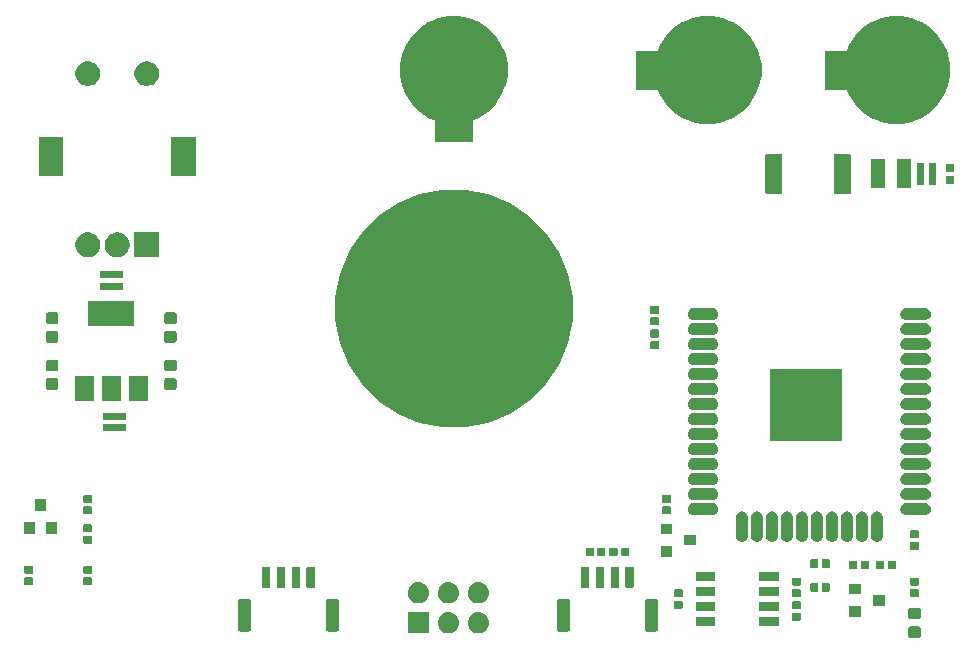
<source format=gbr>
G04 #@! TF.GenerationSoftware,KiCad,Pcbnew,(5.1.0)-1*
G04 #@! TF.CreationDate,2019-07-24T04:12:42+08:00*
G04 #@! TF.ProjectId,Power_Source,506f7765-725f-4536-9f75-7263652e6b69,rev?*
G04 #@! TF.SameCoordinates,Original*
G04 #@! TF.FileFunction,Soldermask,Top*
G04 #@! TF.FilePolarity,Negative*
%FSLAX46Y46*%
G04 Gerber Fmt 4.6, Leading zero omitted, Abs format (unit mm)*
G04 Created by KiCad (PCBNEW (5.1.0)-1) date 2019-07-24 04:12:42*
%MOMM*%
%LPD*%
G04 APERTURE LIST*
%ADD10C,0.100000*%
G04 APERTURE END LIST*
D10*
G36*
X148079800Y-79876400D02*
G01*
X148079800Y-81705200D01*
X151254800Y-81705200D01*
X151254800Y-79876400D01*
X150924600Y-79876400D01*
X148079800Y-79876400D01*
G37*
X148079800Y-79876400D02*
X148079800Y-81705200D01*
X151254800Y-81705200D01*
X151254800Y-79876400D01*
X150924600Y-79876400D01*
X148079800Y-79876400D01*
G36*
X182963600Y-74059800D02*
G01*
X181134800Y-74059800D01*
X181134800Y-77234800D01*
X182963600Y-77234800D01*
X182963600Y-76904600D01*
X182963600Y-74059800D01*
G37*
X182963600Y-74059800D02*
X181134800Y-74059800D01*
X181134800Y-77234800D01*
X182963600Y-77234800D01*
X182963600Y-76904600D01*
X182963600Y-74059800D01*
G36*
X166963600Y-74059800D02*
G01*
X165134800Y-74059800D01*
X165134800Y-77234800D01*
X166963600Y-77234800D01*
X166963600Y-76904600D01*
X166963600Y-74059800D01*
G37*
X166963600Y-74059800D02*
X165134800Y-74059800D01*
X165134800Y-77234800D01*
X166963600Y-77234800D01*
X166963600Y-76904600D01*
X166963600Y-74059800D01*
G36*
X189059591Y-122763085D02*
G01*
X189093569Y-122773393D01*
X189124890Y-122790134D01*
X189152339Y-122812661D01*
X189174866Y-122840110D01*
X189191607Y-122871431D01*
X189201915Y-122905409D01*
X189206000Y-122946890D01*
X189206000Y-123548110D01*
X189201915Y-123589591D01*
X189191607Y-123623569D01*
X189174866Y-123654890D01*
X189152339Y-123682339D01*
X189124890Y-123704866D01*
X189093569Y-123721607D01*
X189059591Y-123731915D01*
X189018110Y-123736000D01*
X188341890Y-123736000D01*
X188300409Y-123731915D01*
X188266431Y-123721607D01*
X188235110Y-123704866D01*
X188207661Y-123682339D01*
X188185134Y-123654890D01*
X188168393Y-123623569D01*
X188158085Y-123589591D01*
X188154000Y-123548110D01*
X188154000Y-122946890D01*
X188158085Y-122905409D01*
X188168393Y-122871431D01*
X188185134Y-122840110D01*
X188207661Y-122812661D01*
X188235110Y-122790134D01*
X188266431Y-122773393D01*
X188300409Y-122763085D01*
X188341890Y-122759000D01*
X189018110Y-122759000D01*
X189059591Y-122763085D01*
X189059591Y-122763085D01*
G37*
G36*
X151870442Y-121565518D02*
G01*
X151936627Y-121572037D01*
X152106466Y-121623557D01*
X152106468Y-121623558D01*
X152184729Y-121665390D01*
X152262991Y-121707222D01*
X152273248Y-121715640D01*
X152400186Y-121819814D01*
X152479738Y-121916750D01*
X152512778Y-121957009D01*
X152596443Y-122113534D01*
X152647963Y-122283373D01*
X152665359Y-122460000D01*
X152647963Y-122636627D01*
X152596443Y-122806466D01*
X152512778Y-122962991D01*
X152491230Y-122989247D01*
X152400186Y-123100186D01*
X152298729Y-123183448D01*
X152262991Y-123212778D01*
X152106466Y-123296443D01*
X151936627Y-123347963D01*
X151870443Y-123354481D01*
X151804260Y-123361000D01*
X151715740Y-123361000D01*
X151649557Y-123354481D01*
X151583373Y-123347963D01*
X151413534Y-123296443D01*
X151257009Y-123212778D01*
X151221271Y-123183448D01*
X151119814Y-123100186D01*
X151028770Y-122989247D01*
X151007222Y-122962991D01*
X150923557Y-122806466D01*
X150872037Y-122636627D01*
X150854641Y-122460000D01*
X150872037Y-122283373D01*
X150923557Y-122113534D01*
X151007222Y-121957009D01*
X151040262Y-121916750D01*
X151119814Y-121819814D01*
X151246752Y-121715640D01*
X151257009Y-121707222D01*
X151335271Y-121665390D01*
X151413532Y-121623558D01*
X151413534Y-121623557D01*
X151583373Y-121572037D01*
X151649558Y-121565518D01*
X151715740Y-121559000D01*
X151804260Y-121559000D01*
X151870442Y-121565518D01*
X151870442Y-121565518D01*
G37*
G36*
X147581000Y-123361000D02*
G01*
X145779000Y-123361000D01*
X145779000Y-121559000D01*
X147581000Y-121559000D01*
X147581000Y-123361000D01*
X147581000Y-123361000D01*
G37*
G36*
X149330442Y-121565518D02*
G01*
X149396627Y-121572037D01*
X149566466Y-121623557D01*
X149566468Y-121623558D01*
X149644729Y-121665390D01*
X149722991Y-121707222D01*
X149733248Y-121715640D01*
X149860186Y-121819814D01*
X149939738Y-121916750D01*
X149972778Y-121957009D01*
X150056443Y-122113534D01*
X150107963Y-122283373D01*
X150125359Y-122460000D01*
X150107963Y-122636627D01*
X150056443Y-122806466D01*
X149972778Y-122962991D01*
X149951230Y-122989247D01*
X149860186Y-123100186D01*
X149758729Y-123183448D01*
X149722991Y-123212778D01*
X149566466Y-123296443D01*
X149396627Y-123347963D01*
X149330443Y-123354481D01*
X149264260Y-123361000D01*
X149175740Y-123361000D01*
X149109557Y-123354481D01*
X149043373Y-123347963D01*
X148873534Y-123296443D01*
X148717009Y-123212778D01*
X148681271Y-123183448D01*
X148579814Y-123100186D01*
X148488770Y-122989247D01*
X148467222Y-122962991D01*
X148383557Y-122806466D01*
X148332037Y-122636627D01*
X148314641Y-122460000D01*
X148332037Y-122283373D01*
X148383557Y-122113534D01*
X148467222Y-121957009D01*
X148500262Y-121916750D01*
X148579814Y-121819814D01*
X148706752Y-121715640D01*
X148717009Y-121707222D01*
X148795271Y-121665390D01*
X148873532Y-121623558D01*
X148873534Y-121623557D01*
X149043373Y-121572037D01*
X149109558Y-121565518D01*
X149175740Y-121559000D01*
X149264260Y-121559000D01*
X149330442Y-121565518D01*
X149330442Y-121565518D01*
G37*
G36*
X132334434Y-120413686D02*
G01*
X132374284Y-120425774D01*
X132410999Y-120445399D01*
X132443186Y-120471814D01*
X132469601Y-120504001D01*
X132489226Y-120540716D01*
X132501314Y-120580566D01*
X132506000Y-120628141D01*
X132506000Y-122991859D01*
X132501314Y-123039434D01*
X132489226Y-123079284D01*
X132469601Y-123115999D01*
X132443186Y-123148186D01*
X132410999Y-123174601D01*
X132374284Y-123194226D01*
X132334434Y-123206314D01*
X132286859Y-123211000D01*
X131623141Y-123211000D01*
X131575566Y-123206314D01*
X131535716Y-123194226D01*
X131499001Y-123174601D01*
X131466814Y-123148186D01*
X131440399Y-123115999D01*
X131420774Y-123079284D01*
X131408686Y-123039434D01*
X131404000Y-122991859D01*
X131404000Y-120628141D01*
X131408686Y-120580566D01*
X131420774Y-120540716D01*
X131440399Y-120504001D01*
X131466814Y-120471814D01*
X131499001Y-120445399D01*
X131535716Y-120425774D01*
X131575566Y-120413686D01*
X131623141Y-120409000D01*
X132286859Y-120409000D01*
X132334434Y-120413686D01*
X132334434Y-120413686D01*
G37*
G36*
X139784434Y-120413686D02*
G01*
X139824284Y-120425774D01*
X139860999Y-120445399D01*
X139893186Y-120471814D01*
X139919601Y-120504001D01*
X139939226Y-120540716D01*
X139951314Y-120580566D01*
X139956000Y-120628141D01*
X139956000Y-122991859D01*
X139951314Y-123039434D01*
X139939226Y-123079284D01*
X139919601Y-123115999D01*
X139893186Y-123148186D01*
X139860999Y-123174601D01*
X139824284Y-123194226D01*
X139784434Y-123206314D01*
X139736859Y-123211000D01*
X139073141Y-123211000D01*
X139025566Y-123206314D01*
X138985716Y-123194226D01*
X138949001Y-123174601D01*
X138916814Y-123148186D01*
X138890399Y-123115999D01*
X138870774Y-123079284D01*
X138858686Y-123039434D01*
X138854000Y-122991859D01*
X138854000Y-120628141D01*
X138858686Y-120580566D01*
X138870774Y-120540716D01*
X138890399Y-120504001D01*
X138916814Y-120471814D01*
X138949001Y-120445399D01*
X138985716Y-120425774D01*
X139025566Y-120413686D01*
X139073141Y-120409000D01*
X139736859Y-120409000D01*
X139784434Y-120413686D01*
X139784434Y-120413686D01*
G37*
G36*
X159334434Y-120413686D02*
G01*
X159374284Y-120425774D01*
X159410999Y-120445399D01*
X159443186Y-120471814D01*
X159469601Y-120504001D01*
X159489226Y-120540716D01*
X159501314Y-120580566D01*
X159506000Y-120628141D01*
X159506000Y-122991859D01*
X159501314Y-123039434D01*
X159489226Y-123079284D01*
X159469601Y-123115999D01*
X159443186Y-123148186D01*
X159410999Y-123174601D01*
X159374284Y-123194226D01*
X159334434Y-123206314D01*
X159286859Y-123211000D01*
X158623141Y-123211000D01*
X158575566Y-123206314D01*
X158535716Y-123194226D01*
X158499001Y-123174601D01*
X158466814Y-123148186D01*
X158440399Y-123115999D01*
X158420774Y-123079284D01*
X158408686Y-123039434D01*
X158404000Y-122991859D01*
X158404000Y-120628141D01*
X158408686Y-120580566D01*
X158420774Y-120540716D01*
X158440399Y-120504001D01*
X158466814Y-120471814D01*
X158499001Y-120445399D01*
X158535716Y-120425774D01*
X158575566Y-120413686D01*
X158623141Y-120409000D01*
X159286859Y-120409000D01*
X159334434Y-120413686D01*
X159334434Y-120413686D01*
G37*
G36*
X166784434Y-120413686D02*
G01*
X166824284Y-120425774D01*
X166860999Y-120445399D01*
X166893186Y-120471814D01*
X166919601Y-120504001D01*
X166939226Y-120540716D01*
X166951314Y-120580566D01*
X166956000Y-120628141D01*
X166956000Y-122991859D01*
X166951314Y-123039434D01*
X166939226Y-123079284D01*
X166919601Y-123115999D01*
X166893186Y-123148186D01*
X166860999Y-123174601D01*
X166824284Y-123194226D01*
X166784434Y-123206314D01*
X166736859Y-123211000D01*
X166073141Y-123211000D01*
X166025566Y-123206314D01*
X165985716Y-123194226D01*
X165949001Y-123174601D01*
X165916814Y-123148186D01*
X165890399Y-123115999D01*
X165870774Y-123079284D01*
X165858686Y-123039434D01*
X165854000Y-122991859D01*
X165854000Y-120628141D01*
X165858686Y-120580566D01*
X165870774Y-120540716D01*
X165890399Y-120504001D01*
X165916814Y-120471814D01*
X165949001Y-120445399D01*
X165985716Y-120425774D01*
X166025566Y-120413686D01*
X166073141Y-120409000D01*
X166736859Y-120409000D01*
X166784434Y-120413686D01*
X166784434Y-120413686D01*
G37*
G36*
X171806000Y-122716000D02*
G01*
X170154000Y-122716000D01*
X170154000Y-122014000D01*
X171806000Y-122014000D01*
X171806000Y-122716000D01*
X171806000Y-122716000D01*
G37*
G36*
X177206000Y-122716000D02*
G01*
X175554000Y-122716000D01*
X175554000Y-122014000D01*
X177206000Y-122014000D01*
X177206000Y-122716000D01*
X177206000Y-122716000D01*
G37*
G36*
X178961938Y-121601716D02*
G01*
X178982557Y-121607971D01*
X179001553Y-121618124D01*
X179018208Y-121631792D01*
X179031876Y-121648447D01*
X179042029Y-121667443D01*
X179048284Y-121688062D01*
X179051000Y-121715640D01*
X179051000Y-122174360D01*
X179048284Y-122201938D01*
X179042029Y-122222557D01*
X179031876Y-122241553D01*
X179018208Y-122258208D01*
X179001553Y-122271876D01*
X178982557Y-122282029D01*
X178961938Y-122288284D01*
X178934360Y-122291000D01*
X178425640Y-122291000D01*
X178398062Y-122288284D01*
X178377443Y-122282029D01*
X178358447Y-122271876D01*
X178341792Y-122258208D01*
X178328124Y-122241553D01*
X178317971Y-122222557D01*
X178311716Y-122201938D01*
X178309000Y-122174360D01*
X178309000Y-121715640D01*
X178311716Y-121688062D01*
X178317971Y-121667443D01*
X178328124Y-121648447D01*
X178341792Y-121631792D01*
X178358447Y-121618124D01*
X178377443Y-121607971D01*
X178398062Y-121601716D01*
X178425640Y-121599000D01*
X178934360Y-121599000D01*
X178961938Y-121601716D01*
X178961938Y-121601716D01*
G37*
G36*
X189059591Y-121188085D02*
G01*
X189093569Y-121198393D01*
X189124890Y-121215134D01*
X189152339Y-121237661D01*
X189174866Y-121265110D01*
X189191607Y-121296431D01*
X189201915Y-121330409D01*
X189206000Y-121371890D01*
X189206000Y-121973110D01*
X189201915Y-122014591D01*
X189191607Y-122048569D01*
X189174866Y-122079890D01*
X189152339Y-122107339D01*
X189124890Y-122129866D01*
X189093569Y-122146607D01*
X189059591Y-122156915D01*
X189018110Y-122161000D01*
X188341890Y-122161000D01*
X188300409Y-122156915D01*
X188266431Y-122146607D01*
X188235110Y-122129866D01*
X188207661Y-122107339D01*
X188185134Y-122079890D01*
X188168393Y-122048569D01*
X188158085Y-122014591D01*
X188154000Y-121973110D01*
X188154000Y-121371890D01*
X188158085Y-121330409D01*
X188168393Y-121296431D01*
X188185134Y-121265110D01*
X188207661Y-121237661D01*
X188235110Y-121215134D01*
X188266431Y-121198393D01*
X188300409Y-121188085D01*
X188341890Y-121184000D01*
X189018110Y-121184000D01*
X189059591Y-121188085D01*
X189059591Y-121188085D01*
G37*
G36*
X184181000Y-121961000D02*
G01*
X183179000Y-121961000D01*
X183179000Y-121059000D01*
X184181000Y-121059000D01*
X184181000Y-121961000D01*
X184181000Y-121961000D01*
G37*
G36*
X177206000Y-121446000D02*
G01*
X175554000Y-121446000D01*
X175554000Y-120744000D01*
X177206000Y-120744000D01*
X177206000Y-121446000D01*
X177206000Y-121446000D01*
G37*
G36*
X171806000Y-121446000D02*
G01*
X170154000Y-121446000D01*
X170154000Y-120744000D01*
X171806000Y-120744000D01*
X171806000Y-121446000D01*
X171806000Y-121446000D01*
G37*
G36*
X178961938Y-120631716D02*
G01*
X178982557Y-120637971D01*
X179001553Y-120648124D01*
X179018208Y-120661792D01*
X179031876Y-120678447D01*
X179042029Y-120697443D01*
X179048284Y-120718062D01*
X179051000Y-120745640D01*
X179051000Y-121204360D01*
X179048284Y-121231938D01*
X179042029Y-121252557D01*
X179031876Y-121271553D01*
X179018208Y-121288208D01*
X179001553Y-121301876D01*
X178982557Y-121312029D01*
X178961938Y-121318284D01*
X178934360Y-121321000D01*
X178425640Y-121321000D01*
X178398062Y-121318284D01*
X178377443Y-121312029D01*
X178358447Y-121301876D01*
X178341792Y-121288208D01*
X178328124Y-121271553D01*
X178317971Y-121252557D01*
X178311716Y-121231938D01*
X178309000Y-121204360D01*
X178309000Y-120745640D01*
X178311716Y-120718062D01*
X178317971Y-120697443D01*
X178328124Y-120678447D01*
X178341792Y-120661792D01*
X178358447Y-120648124D01*
X178377443Y-120637971D01*
X178398062Y-120631716D01*
X178425640Y-120629000D01*
X178934360Y-120629000D01*
X178961938Y-120631716D01*
X178961938Y-120631716D01*
G37*
G36*
X168961938Y-120601716D02*
G01*
X168982557Y-120607971D01*
X169001553Y-120618124D01*
X169018208Y-120631792D01*
X169031876Y-120648447D01*
X169042029Y-120667443D01*
X169048284Y-120688062D01*
X169051000Y-120715640D01*
X169051000Y-121174360D01*
X169048284Y-121201938D01*
X169042029Y-121222557D01*
X169031876Y-121241553D01*
X169018208Y-121258208D01*
X169001553Y-121271876D01*
X168982557Y-121282029D01*
X168961938Y-121288284D01*
X168934360Y-121291000D01*
X168425640Y-121291000D01*
X168398062Y-121288284D01*
X168377443Y-121282029D01*
X168358447Y-121271876D01*
X168341792Y-121258208D01*
X168328124Y-121241553D01*
X168317971Y-121222557D01*
X168311716Y-121201938D01*
X168309000Y-121174360D01*
X168309000Y-120715640D01*
X168311716Y-120688062D01*
X168317971Y-120667443D01*
X168328124Y-120648447D01*
X168341792Y-120631792D01*
X168358447Y-120618124D01*
X168377443Y-120607971D01*
X168398062Y-120601716D01*
X168425640Y-120599000D01*
X168934360Y-120599000D01*
X168961938Y-120601716D01*
X168961938Y-120601716D01*
G37*
G36*
X186181000Y-121011000D02*
G01*
X185179000Y-121011000D01*
X185179000Y-120109000D01*
X186181000Y-120109000D01*
X186181000Y-121011000D01*
X186181000Y-121011000D01*
G37*
G36*
X149330442Y-119025518D02*
G01*
X149396627Y-119032037D01*
X149566466Y-119083557D01*
X149566468Y-119083558D01*
X149601286Y-119102169D01*
X149722991Y-119167222D01*
X149743683Y-119184204D01*
X149860186Y-119279814D01*
X149943448Y-119381271D01*
X149972778Y-119417009D01*
X150056443Y-119573534D01*
X150107963Y-119743373D01*
X150125359Y-119920000D01*
X150107963Y-120096627D01*
X150064000Y-120241553D01*
X150056442Y-120266468D01*
X150027294Y-120321000D01*
X149972778Y-120422991D01*
X149954388Y-120445399D01*
X149860186Y-120560186D01*
X149772284Y-120632324D01*
X149722991Y-120672778D01*
X149566466Y-120756443D01*
X149396627Y-120807963D01*
X149330442Y-120814482D01*
X149264260Y-120821000D01*
X149175740Y-120821000D01*
X149109558Y-120814482D01*
X149043373Y-120807963D01*
X148873534Y-120756443D01*
X148717009Y-120672778D01*
X148667716Y-120632324D01*
X148579814Y-120560186D01*
X148485612Y-120445399D01*
X148467222Y-120422991D01*
X148412706Y-120321000D01*
X148383558Y-120266468D01*
X148376000Y-120241553D01*
X148332037Y-120096627D01*
X148314641Y-119920000D01*
X148332037Y-119743373D01*
X148383557Y-119573534D01*
X148467222Y-119417009D01*
X148496552Y-119381271D01*
X148579814Y-119279814D01*
X148696317Y-119184204D01*
X148717009Y-119167222D01*
X148838714Y-119102169D01*
X148873532Y-119083558D01*
X148873534Y-119083557D01*
X149043373Y-119032037D01*
X149109558Y-119025518D01*
X149175740Y-119019000D01*
X149264260Y-119019000D01*
X149330442Y-119025518D01*
X149330442Y-119025518D01*
G37*
G36*
X146790442Y-119025518D02*
G01*
X146856627Y-119032037D01*
X147026466Y-119083557D01*
X147026468Y-119083558D01*
X147061286Y-119102169D01*
X147182991Y-119167222D01*
X147203683Y-119184204D01*
X147320186Y-119279814D01*
X147403448Y-119381271D01*
X147432778Y-119417009D01*
X147516443Y-119573534D01*
X147567963Y-119743373D01*
X147585359Y-119920000D01*
X147567963Y-120096627D01*
X147524000Y-120241553D01*
X147516442Y-120266468D01*
X147487294Y-120321000D01*
X147432778Y-120422991D01*
X147414388Y-120445399D01*
X147320186Y-120560186D01*
X147232284Y-120632324D01*
X147182991Y-120672778D01*
X147026466Y-120756443D01*
X146856627Y-120807963D01*
X146790442Y-120814482D01*
X146724260Y-120821000D01*
X146635740Y-120821000D01*
X146569558Y-120814482D01*
X146503373Y-120807963D01*
X146333534Y-120756443D01*
X146177009Y-120672778D01*
X146127716Y-120632324D01*
X146039814Y-120560186D01*
X145945612Y-120445399D01*
X145927222Y-120422991D01*
X145872706Y-120321000D01*
X145843558Y-120266468D01*
X145836000Y-120241553D01*
X145792037Y-120096627D01*
X145774641Y-119920000D01*
X145792037Y-119743373D01*
X145843557Y-119573534D01*
X145927222Y-119417009D01*
X145956552Y-119381271D01*
X146039814Y-119279814D01*
X146156317Y-119184204D01*
X146177009Y-119167222D01*
X146298714Y-119102169D01*
X146333532Y-119083558D01*
X146333534Y-119083557D01*
X146503373Y-119032037D01*
X146569558Y-119025518D01*
X146635740Y-119019000D01*
X146724260Y-119019000D01*
X146790442Y-119025518D01*
X146790442Y-119025518D01*
G37*
G36*
X151870442Y-119025518D02*
G01*
X151936627Y-119032037D01*
X152106466Y-119083557D01*
X152106468Y-119083558D01*
X152141286Y-119102169D01*
X152262991Y-119167222D01*
X152283683Y-119184204D01*
X152400186Y-119279814D01*
X152483448Y-119381271D01*
X152512778Y-119417009D01*
X152596443Y-119573534D01*
X152647963Y-119743373D01*
X152665359Y-119920000D01*
X152647963Y-120096627D01*
X152604000Y-120241553D01*
X152596442Y-120266468D01*
X152567294Y-120321000D01*
X152512778Y-120422991D01*
X152494388Y-120445399D01*
X152400186Y-120560186D01*
X152312284Y-120632324D01*
X152262991Y-120672778D01*
X152106466Y-120756443D01*
X151936627Y-120807963D01*
X151870442Y-120814482D01*
X151804260Y-120821000D01*
X151715740Y-120821000D01*
X151649558Y-120814482D01*
X151583373Y-120807963D01*
X151413534Y-120756443D01*
X151257009Y-120672778D01*
X151207716Y-120632324D01*
X151119814Y-120560186D01*
X151025612Y-120445399D01*
X151007222Y-120422991D01*
X150952706Y-120321000D01*
X150923558Y-120266468D01*
X150916000Y-120241553D01*
X150872037Y-120096627D01*
X150854641Y-119920000D01*
X150872037Y-119743373D01*
X150923557Y-119573534D01*
X151007222Y-119417009D01*
X151036552Y-119381271D01*
X151119814Y-119279814D01*
X151236317Y-119184204D01*
X151257009Y-119167222D01*
X151378714Y-119102169D01*
X151413532Y-119083558D01*
X151413534Y-119083557D01*
X151583373Y-119032037D01*
X151649558Y-119025518D01*
X151715740Y-119019000D01*
X151804260Y-119019000D01*
X151870442Y-119025518D01*
X151870442Y-119025518D01*
G37*
G36*
X168961938Y-119631716D02*
G01*
X168982557Y-119637971D01*
X169001553Y-119648124D01*
X169018208Y-119661792D01*
X169031876Y-119678447D01*
X169042029Y-119697443D01*
X169048284Y-119718062D01*
X169051000Y-119745640D01*
X169051000Y-120204360D01*
X169048284Y-120231938D01*
X169042029Y-120252557D01*
X169031876Y-120271553D01*
X169018208Y-120288208D01*
X169001553Y-120301876D01*
X168982557Y-120312029D01*
X168961938Y-120318284D01*
X168934360Y-120321000D01*
X168425640Y-120321000D01*
X168398062Y-120318284D01*
X168377443Y-120312029D01*
X168358447Y-120301876D01*
X168341792Y-120288208D01*
X168328124Y-120271553D01*
X168317971Y-120252557D01*
X168311716Y-120231938D01*
X168309000Y-120204360D01*
X168309000Y-119745640D01*
X168311716Y-119718062D01*
X168317971Y-119697443D01*
X168328124Y-119678447D01*
X168341792Y-119661792D01*
X168358447Y-119648124D01*
X168377443Y-119637971D01*
X168398062Y-119631716D01*
X168425640Y-119629000D01*
X168934360Y-119629000D01*
X168961938Y-119631716D01*
X168961938Y-119631716D01*
G37*
G36*
X178961938Y-119601716D02*
G01*
X178982557Y-119607971D01*
X179001553Y-119618124D01*
X179018208Y-119631792D01*
X179031876Y-119648447D01*
X179042029Y-119667443D01*
X179048284Y-119688062D01*
X179051000Y-119715640D01*
X179051000Y-120174360D01*
X179048284Y-120201938D01*
X179042029Y-120222557D01*
X179031876Y-120241553D01*
X179018208Y-120258208D01*
X179001553Y-120271876D01*
X178982557Y-120282029D01*
X178961938Y-120288284D01*
X178934360Y-120291000D01*
X178425640Y-120291000D01*
X178398062Y-120288284D01*
X178377443Y-120282029D01*
X178358447Y-120271876D01*
X178341792Y-120258208D01*
X178328124Y-120241553D01*
X178317971Y-120222557D01*
X178311716Y-120201938D01*
X178309000Y-120174360D01*
X178309000Y-119715640D01*
X178311716Y-119688062D01*
X178317971Y-119667443D01*
X178328124Y-119648447D01*
X178341792Y-119631792D01*
X178358447Y-119618124D01*
X178377443Y-119607971D01*
X178398062Y-119601716D01*
X178425640Y-119599000D01*
X178934360Y-119599000D01*
X178961938Y-119601716D01*
X178961938Y-119601716D01*
G37*
G36*
X188961938Y-119601716D02*
G01*
X188982557Y-119607971D01*
X189001553Y-119618124D01*
X189018208Y-119631792D01*
X189031876Y-119648447D01*
X189042029Y-119667443D01*
X189048284Y-119688062D01*
X189051000Y-119715640D01*
X189051000Y-120174360D01*
X189048284Y-120201938D01*
X189042029Y-120222557D01*
X189031876Y-120241553D01*
X189018208Y-120258208D01*
X189001553Y-120271876D01*
X188982557Y-120282029D01*
X188961938Y-120288284D01*
X188934360Y-120291000D01*
X188425640Y-120291000D01*
X188398062Y-120288284D01*
X188377443Y-120282029D01*
X188358447Y-120271876D01*
X188341792Y-120258208D01*
X188328124Y-120241553D01*
X188317971Y-120222557D01*
X188311716Y-120201938D01*
X188309000Y-120174360D01*
X188309000Y-119715640D01*
X188311716Y-119688062D01*
X188317971Y-119667443D01*
X188328124Y-119648447D01*
X188341792Y-119631792D01*
X188358447Y-119618124D01*
X188377443Y-119607971D01*
X188398062Y-119601716D01*
X188425640Y-119599000D01*
X188934360Y-119599000D01*
X188961938Y-119601716D01*
X188961938Y-119601716D01*
G37*
G36*
X171806000Y-120176000D02*
G01*
X170154000Y-120176000D01*
X170154000Y-119474000D01*
X171806000Y-119474000D01*
X171806000Y-120176000D01*
X171806000Y-120176000D01*
G37*
G36*
X177206000Y-120176000D02*
G01*
X175554000Y-120176000D01*
X175554000Y-119474000D01*
X177206000Y-119474000D01*
X177206000Y-120176000D01*
X177206000Y-120176000D01*
G37*
G36*
X184181000Y-120061000D02*
G01*
X183179000Y-120061000D01*
X183179000Y-119159000D01*
X184181000Y-119159000D01*
X184181000Y-120061000D01*
X184181000Y-120061000D01*
G37*
G36*
X180451938Y-119091716D02*
G01*
X180472557Y-119097971D01*
X180491553Y-119108124D01*
X180508208Y-119121792D01*
X180521876Y-119138447D01*
X180532029Y-119157443D01*
X180538284Y-119178062D01*
X180541000Y-119205640D01*
X180541000Y-119714360D01*
X180538284Y-119741938D01*
X180532029Y-119762557D01*
X180521876Y-119781553D01*
X180508208Y-119798208D01*
X180491553Y-119811876D01*
X180472557Y-119822029D01*
X180451938Y-119828284D01*
X180424360Y-119831000D01*
X179965640Y-119831000D01*
X179938062Y-119828284D01*
X179917443Y-119822029D01*
X179898447Y-119811876D01*
X179881792Y-119798208D01*
X179868124Y-119781553D01*
X179857971Y-119762557D01*
X179851716Y-119741938D01*
X179849000Y-119714360D01*
X179849000Y-119205640D01*
X179851716Y-119178062D01*
X179857971Y-119157443D01*
X179868124Y-119138447D01*
X179881792Y-119121792D01*
X179898447Y-119108124D01*
X179917443Y-119097971D01*
X179938062Y-119091716D01*
X179965640Y-119089000D01*
X180424360Y-119089000D01*
X180451938Y-119091716D01*
X180451938Y-119091716D01*
G37*
G36*
X181421938Y-119091716D02*
G01*
X181442557Y-119097971D01*
X181461553Y-119108124D01*
X181478208Y-119121792D01*
X181491876Y-119138447D01*
X181502029Y-119157443D01*
X181508284Y-119178062D01*
X181511000Y-119205640D01*
X181511000Y-119714360D01*
X181508284Y-119741938D01*
X181502029Y-119762557D01*
X181491876Y-119781553D01*
X181478208Y-119798208D01*
X181461553Y-119811876D01*
X181442557Y-119822029D01*
X181421938Y-119828284D01*
X181394360Y-119831000D01*
X180935640Y-119831000D01*
X180908062Y-119828284D01*
X180887443Y-119822029D01*
X180868447Y-119811876D01*
X180851792Y-119798208D01*
X180838124Y-119781553D01*
X180827971Y-119762557D01*
X180821716Y-119741938D01*
X180819000Y-119714360D01*
X180819000Y-119205640D01*
X180821716Y-119178062D01*
X180827971Y-119157443D01*
X180838124Y-119138447D01*
X180851792Y-119121792D01*
X180868447Y-119108124D01*
X180887443Y-119097971D01*
X180908062Y-119091716D01*
X180935640Y-119089000D01*
X181394360Y-119089000D01*
X181421938Y-119091716D01*
X181421938Y-119091716D01*
G37*
G36*
X164814928Y-117711764D02*
G01*
X164836009Y-117718160D01*
X164855445Y-117728548D01*
X164872476Y-117742524D01*
X164886452Y-117759555D01*
X164896840Y-117778991D01*
X164903236Y-117800072D01*
X164906000Y-117828140D01*
X164906000Y-119391860D01*
X164903236Y-119419928D01*
X164896840Y-119441009D01*
X164886452Y-119460445D01*
X164872476Y-119477476D01*
X164855445Y-119491452D01*
X164836009Y-119501840D01*
X164814928Y-119508236D01*
X164786860Y-119511000D01*
X164323140Y-119511000D01*
X164295072Y-119508236D01*
X164273991Y-119501840D01*
X164254555Y-119491452D01*
X164237524Y-119477476D01*
X164223548Y-119460445D01*
X164213160Y-119441009D01*
X164206764Y-119419928D01*
X164204000Y-119391860D01*
X164204000Y-117828140D01*
X164206764Y-117800072D01*
X164213160Y-117778991D01*
X164223548Y-117759555D01*
X164237524Y-117742524D01*
X164254555Y-117728548D01*
X164273991Y-117718160D01*
X164295072Y-117711764D01*
X164323140Y-117709000D01*
X164786860Y-117709000D01*
X164814928Y-117711764D01*
X164814928Y-117711764D01*
G37*
G36*
X137814928Y-117711764D02*
G01*
X137836009Y-117718160D01*
X137855445Y-117728548D01*
X137872476Y-117742524D01*
X137886452Y-117759555D01*
X137896840Y-117778991D01*
X137903236Y-117800072D01*
X137906000Y-117828140D01*
X137906000Y-119391860D01*
X137903236Y-119419928D01*
X137896840Y-119441009D01*
X137886452Y-119460445D01*
X137872476Y-119477476D01*
X137855445Y-119491452D01*
X137836009Y-119501840D01*
X137814928Y-119508236D01*
X137786860Y-119511000D01*
X137323140Y-119511000D01*
X137295072Y-119508236D01*
X137273991Y-119501840D01*
X137254555Y-119491452D01*
X137237524Y-119477476D01*
X137223548Y-119460445D01*
X137213160Y-119441009D01*
X137206764Y-119419928D01*
X137204000Y-119391860D01*
X137204000Y-117828140D01*
X137206764Y-117800072D01*
X137213160Y-117778991D01*
X137223548Y-117759555D01*
X137237524Y-117742524D01*
X137254555Y-117728548D01*
X137273991Y-117718160D01*
X137295072Y-117711764D01*
X137323140Y-117709000D01*
X137786860Y-117709000D01*
X137814928Y-117711764D01*
X137814928Y-117711764D01*
G37*
G36*
X136564928Y-117711764D02*
G01*
X136586009Y-117718160D01*
X136605445Y-117728548D01*
X136622476Y-117742524D01*
X136636452Y-117759555D01*
X136646840Y-117778991D01*
X136653236Y-117800072D01*
X136656000Y-117828140D01*
X136656000Y-119391860D01*
X136653236Y-119419928D01*
X136646840Y-119441009D01*
X136636452Y-119460445D01*
X136622476Y-119477476D01*
X136605445Y-119491452D01*
X136586009Y-119501840D01*
X136564928Y-119508236D01*
X136536860Y-119511000D01*
X136073140Y-119511000D01*
X136045072Y-119508236D01*
X136023991Y-119501840D01*
X136004555Y-119491452D01*
X135987524Y-119477476D01*
X135973548Y-119460445D01*
X135963160Y-119441009D01*
X135956764Y-119419928D01*
X135954000Y-119391860D01*
X135954000Y-117828140D01*
X135956764Y-117800072D01*
X135963160Y-117778991D01*
X135973548Y-117759555D01*
X135987524Y-117742524D01*
X136004555Y-117728548D01*
X136023991Y-117718160D01*
X136045072Y-117711764D01*
X136073140Y-117709000D01*
X136536860Y-117709000D01*
X136564928Y-117711764D01*
X136564928Y-117711764D01*
G37*
G36*
X135314928Y-117711764D02*
G01*
X135336009Y-117718160D01*
X135355445Y-117728548D01*
X135372476Y-117742524D01*
X135386452Y-117759555D01*
X135396840Y-117778991D01*
X135403236Y-117800072D01*
X135406000Y-117828140D01*
X135406000Y-119391860D01*
X135403236Y-119419928D01*
X135396840Y-119441009D01*
X135386452Y-119460445D01*
X135372476Y-119477476D01*
X135355445Y-119491452D01*
X135336009Y-119501840D01*
X135314928Y-119508236D01*
X135286860Y-119511000D01*
X134823140Y-119511000D01*
X134795072Y-119508236D01*
X134773991Y-119501840D01*
X134754555Y-119491452D01*
X134737524Y-119477476D01*
X134723548Y-119460445D01*
X134713160Y-119441009D01*
X134706764Y-119419928D01*
X134704000Y-119391860D01*
X134704000Y-117828140D01*
X134706764Y-117800072D01*
X134713160Y-117778991D01*
X134723548Y-117759555D01*
X134737524Y-117742524D01*
X134754555Y-117728548D01*
X134773991Y-117718160D01*
X134795072Y-117711764D01*
X134823140Y-117709000D01*
X135286860Y-117709000D01*
X135314928Y-117711764D01*
X135314928Y-117711764D01*
G37*
G36*
X134064928Y-117711764D02*
G01*
X134086009Y-117718160D01*
X134105445Y-117728548D01*
X134122476Y-117742524D01*
X134136452Y-117759555D01*
X134146840Y-117778991D01*
X134153236Y-117800072D01*
X134156000Y-117828140D01*
X134156000Y-119391860D01*
X134153236Y-119419928D01*
X134146840Y-119441009D01*
X134136452Y-119460445D01*
X134122476Y-119477476D01*
X134105445Y-119491452D01*
X134086009Y-119501840D01*
X134064928Y-119508236D01*
X134036860Y-119511000D01*
X133573140Y-119511000D01*
X133545072Y-119508236D01*
X133523991Y-119501840D01*
X133504555Y-119491452D01*
X133487524Y-119477476D01*
X133473548Y-119460445D01*
X133463160Y-119441009D01*
X133456764Y-119419928D01*
X133454000Y-119391860D01*
X133454000Y-117828140D01*
X133456764Y-117800072D01*
X133463160Y-117778991D01*
X133473548Y-117759555D01*
X133487524Y-117742524D01*
X133504555Y-117728548D01*
X133523991Y-117718160D01*
X133545072Y-117711764D01*
X133573140Y-117709000D01*
X134036860Y-117709000D01*
X134064928Y-117711764D01*
X134064928Y-117711764D01*
G37*
G36*
X162314928Y-117711764D02*
G01*
X162336009Y-117718160D01*
X162355445Y-117728548D01*
X162372476Y-117742524D01*
X162386452Y-117759555D01*
X162396840Y-117778991D01*
X162403236Y-117800072D01*
X162406000Y-117828140D01*
X162406000Y-119391860D01*
X162403236Y-119419928D01*
X162396840Y-119441009D01*
X162386452Y-119460445D01*
X162372476Y-119477476D01*
X162355445Y-119491452D01*
X162336009Y-119501840D01*
X162314928Y-119508236D01*
X162286860Y-119511000D01*
X161823140Y-119511000D01*
X161795072Y-119508236D01*
X161773991Y-119501840D01*
X161754555Y-119491452D01*
X161737524Y-119477476D01*
X161723548Y-119460445D01*
X161713160Y-119441009D01*
X161706764Y-119419928D01*
X161704000Y-119391860D01*
X161704000Y-117828140D01*
X161706764Y-117800072D01*
X161713160Y-117778991D01*
X161723548Y-117759555D01*
X161737524Y-117742524D01*
X161754555Y-117728548D01*
X161773991Y-117718160D01*
X161795072Y-117711764D01*
X161823140Y-117709000D01*
X162286860Y-117709000D01*
X162314928Y-117711764D01*
X162314928Y-117711764D01*
G37*
G36*
X161064928Y-117711764D02*
G01*
X161086009Y-117718160D01*
X161105445Y-117728548D01*
X161122476Y-117742524D01*
X161136452Y-117759555D01*
X161146840Y-117778991D01*
X161153236Y-117800072D01*
X161156000Y-117828140D01*
X161156000Y-119391860D01*
X161153236Y-119419928D01*
X161146840Y-119441009D01*
X161136452Y-119460445D01*
X161122476Y-119477476D01*
X161105445Y-119491452D01*
X161086009Y-119501840D01*
X161064928Y-119508236D01*
X161036860Y-119511000D01*
X160573140Y-119511000D01*
X160545072Y-119508236D01*
X160523991Y-119501840D01*
X160504555Y-119491452D01*
X160487524Y-119477476D01*
X160473548Y-119460445D01*
X160463160Y-119441009D01*
X160456764Y-119419928D01*
X160454000Y-119391860D01*
X160454000Y-117828140D01*
X160456764Y-117800072D01*
X160463160Y-117778991D01*
X160473548Y-117759555D01*
X160487524Y-117742524D01*
X160504555Y-117728548D01*
X160523991Y-117718160D01*
X160545072Y-117711764D01*
X160573140Y-117709000D01*
X161036860Y-117709000D01*
X161064928Y-117711764D01*
X161064928Y-117711764D01*
G37*
G36*
X163564928Y-117711764D02*
G01*
X163586009Y-117718160D01*
X163605445Y-117728548D01*
X163622476Y-117742524D01*
X163636452Y-117759555D01*
X163646840Y-117778991D01*
X163653236Y-117800072D01*
X163656000Y-117828140D01*
X163656000Y-119391860D01*
X163653236Y-119419928D01*
X163646840Y-119441009D01*
X163636452Y-119460445D01*
X163622476Y-119477476D01*
X163605445Y-119491452D01*
X163586009Y-119501840D01*
X163564928Y-119508236D01*
X163536860Y-119511000D01*
X163073140Y-119511000D01*
X163045072Y-119508236D01*
X163023991Y-119501840D01*
X163004555Y-119491452D01*
X162987524Y-119477476D01*
X162973548Y-119460445D01*
X162963160Y-119441009D01*
X162956764Y-119419928D01*
X162954000Y-119391860D01*
X162954000Y-117828140D01*
X162956764Y-117800072D01*
X162963160Y-117778991D01*
X162973548Y-117759555D01*
X162987524Y-117742524D01*
X163004555Y-117728548D01*
X163023991Y-117718160D01*
X163045072Y-117711764D01*
X163073140Y-117709000D01*
X163536860Y-117709000D01*
X163564928Y-117711764D01*
X163564928Y-117711764D01*
G37*
G36*
X178961938Y-118631716D02*
G01*
X178982557Y-118637971D01*
X179001553Y-118648124D01*
X179018208Y-118661792D01*
X179031876Y-118678447D01*
X179042029Y-118697443D01*
X179048284Y-118718062D01*
X179051000Y-118745640D01*
X179051000Y-119204360D01*
X179048284Y-119231938D01*
X179042029Y-119252557D01*
X179031876Y-119271553D01*
X179018208Y-119288208D01*
X179001553Y-119301876D01*
X178982557Y-119312029D01*
X178961938Y-119318284D01*
X178934360Y-119321000D01*
X178425640Y-119321000D01*
X178398062Y-119318284D01*
X178377443Y-119312029D01*
X178358447Y-119301876D01*
X178341792Y-119288208D01*
X178328124Y-119271553D01*
X178317971Y-119252557D01*
X178311716Y-119231938D01*
X178309000Y-119204360D01*
X178309000Y-118745640D01*
X178311716Y-118718062D01*
X178317971Y-118697443D01*
X178328124Y-118678447D01*
X178341792Y-118661792D01*
X178358447Y-118648124D01*
X178377443Y-118637971D01*
X178398062Y-118631716D01*
X178425640Y-118629000D01*
X178934360Y-118629000D01*
X178961938Y-118631716D01*
X178961938Y-118631716D01*
G37*
G36*
X188961938Y-118631716D02*
G01*
X188982557Y-118637971D01*
X189001553Y-118648124D01*
X189018208Y-118661792D01*
X189031876Y-118678447D01*
X189042029Y-118697443D01*
X189048284Y-118718062D01*
X189051000Y-118745640D01*
X189051000Y-119204360D01*
X189048284Y-119231938D01*
X189042029Y-119252557D01*
X189031876Y-119271553D01*
X189018208Y-119288208D01*
X189001553Y-119301876D01*
X188982557Y-119312029D01*
X188961938Y-119318284D01*
X188934360Y-119321000D01*
X188425640Y-119321000D01*
X188398062Y-119318284D01*
X188377443Y-119312029D01*
X188358447Y-119301876D01*
X188341792Y-119288208D01*
X188328124Y-119271553D01*
X188317971Y-119252557D01*
X188311716Y-119231938D01*
X188309000Y-119204360D01*
X188309000Y-118745640D01*
X188311716Y-118718062D01*
X188317971Y-118697443D01*
X188328124Y-118678447D01*
X188341792Y-118661792D01*
X188358447Y-118648124D01*
X188377443Y-118637971D01*
X188398062Y-118631716D01*
X188425640Y-118629000D01*
X188934360Y-118629000D01*
X188961938Y-118631716D01*
X188961938Y-118631716D01*
G37*
G36*
X118961938Y-118601716D02*
G01*
X118982557Y-118607971D01*
X119001553Y-118618124D01*
X119018208Y-118631792D01*
X119031876Y-118648447D01*
X119042029Y-118667443D01*
X119048284Y-118688062D01*
X119051000Y-118715640D01*
X119051000Y-119174360D01*
X119048284Y-119201938D01*
X119042029Y-119222557D01*
X119031876Y-119241553D01*
X119018208Y-119258208D01*
X119001553Y-119271876D01*
X118982557Y-119282029D01*
X118961938Y-119288284D01*
X118934360Y-119291000D01*
X118425640Y-119291000D01*
X118398062Y-119288284D01*
X118377443Y-119282029D01*
X118358447Y-119271876D01*
X118341792Y-119258208D01*
X118328124Y-119241553D01*
X118317971Y-119222557D01*
X118311716Y-119201938D01*
X118309000Y-119174360D01*
X118309000Y-118715640D01*
X118311716Y-118688062D01*
X118317971Y-118667443D01*
X118328124Y-118648447D01*
X118341792Y-118631792D01*
X118358447Y-118618124D01*
X118377443Y-118607971D01*
X118398062Y-118601716D01*
X118425640Y-118599000D01*
X118934360Y-118599000D01*
X118961938Y-118601716D01*
X118961938Y-118601716D01*
G37*
G36*
X113961938Y-118601716D02*
G01*
X113982557Y-118607971D01*
X114001553Y-118618124D01*
X114018208Y-118631792D01*
X114031876Y-118648447D01*
X114042029Y-118667443D01*
X114048284Y-118688062D01*
X114051000Y-118715640D01*
X114051000Y-119174360D01*
X114048284Y-119201938D01*
X114042029Y-119222557D01*
X114031876Y-119241553D01*
X114018208Y-119258208D01*
X114001553Y-119271876D01*
X113982557Y-119282029D01*
X113961938Y-119288284D01*
X113934360Y-119291000D01*
X113425640Y-119291000D01*
X113398062Y-119288284D01*
X113377443Y-119282029D01*
X113358447Y-119271876D01*
X113341792Y-119258208D01*
X113328124Y-119241553D01*
X113317971Y-119222557D01*
X113311716Y-119201938D01*
X113309000Y-119174360D01*
X113309000Y-118715640D01*
X113311716Y-118688062D01*
X113317971Y-118667443D01*
X113328124Y-118648447D01*
X113341792Y-118631792D01*
X113358447Y-118618124D01*
X113377443Y-118607971D01*
X113398062Y-118601716D01*
X113425640Y-118599000D01*
X113934360Y-118599000D01*
X113961938Y-118601716D01*
X113961938Y-118601716D01*
G37*
G36*
X177206000Y-118906000D02*
G01*
X175554000Y-118906000D01*
X175554000Y-118204000D01*
X177206000Y-118204000D01*
X177206000Y-118906000D01*
X177206000Y-118906000D01*
G37*
G36*
X171806000Y-118906000D02*
G01*
X170154000Y-118906000D01*
X170154000Y-118204000D01*
X171806000Y-118204000D01*
X171806000Y-118906000D01*
X171806000Y-118906000D01*
G37*
G36*
X118961938Y-117631716D02*
G01*
X118982557Y-117637971D01*
X119001553Y-117648124D01*
X119018208Y-117661792D01*
X119031876Y-117678447D01*
X119042029Y-117697443D01*
X119048284Y-117718062D01*
X119051000Y-117745640D01*
X119051000Y-118204360D01*
X119048284Y-118231938D01*
X119042029Y-118252557D01*
X119031876Y-118271553D01*
X119018208Y-118288208D01*
X119001553Y-118301876D01*
X118982557Y-118312029D01*
X118961938Y-118318284D01*
X118934360Y-118321000D01*
X118425640Y-118321000D01*
X118398062Y-118318284D01*
X118377443Y-118312029D01*
X118358447Y-118301876D01*
X118341792Y-118288208D01*
X118328124Y-118271553D01*
X118317971Y-118252557D01*
X118311716Y-118231938D01*
X118309000Y-118204360D01*
X118309000Y-117745640D01*
X118311716Y-117718062D01*
X118317971Y-117697443D01*
X118328124Y-117678447D01*
X118341792Y-117661792D01*
X118358447Y-117648124D01*
X118377443Y-117637971D01*
X118398062Y-117631716D01*
X118425640Y-117629000D01*
X118934360Y-117629000D01*
X118961938Y-117631716D01*
X118961938Y-117631716D01*
G37*
G36*
X113961938Y-117631716D02*
G01*
X113982557Y-117637971D01*
X114001553Y-117648124D01*
X114018208Y-117661792D01*
X114031876Y-117678447D01*
X114042029Y-117697443D01*
X114048284Y-117718062D01*
X114051000Y-117745640D01*
X114051000Y-118204360D01*
X114048284Y-118231938D01*
X114042029Y-118252557D01*
X114031876Y-118271553D01*
X114018208Y-118288208D01*
X114001553Y-118301876D01*
X113982557Y-118312029D01*
X113961938Y-118318284D01*
X113934360Y-118321000D01*
X113425640Y-118321000D01*
X113398062Y-118318284D01*
X113377443Y-118312029D01*
X113358447Y-118301876D01*
X113341792Y-118288208D01*
X113328124Y-118271553D01*
X113317971Y-118252557D01*
X113311716Y-118231938D01*
X113309000Y-118204360D01*
X113309000Y-117745640D01*
X113311716Y-117718062D01*
X113317971Y-117697443D01*
X113328124Y-117678447D01*
X113341792Y-117661792D01*
X113358447Y-117648124D01*
X113377443Y-117637971D01*
X113398062Y-117631716D01*
X113425640Y-117629000D01*
X113934360Y-117629000D01*
X113961938Y-117631716D01*
X113961938Y-117631716D01*
G37*
G36*
X186051938Y-117191716D02*
G01*
X186072557Y-117197971D01*
X186091553Y-117208124D01*
X186108208Y-117221792D01*
X186121876Y-117238447D01*
X186132029Y-117257443D01*
X186138284Y-117278062D01*
X186141000Y-117305640D01*
X186141000Y-117814360D01*
X186138284Y-117841938D01*
X186132029Y-117862557D01*
X186121876Y-117881553D01*
X186108208Y-117898208D01*
X186091553Y-117911876D01*
X186072557Y-117922029D01*
X186051938Y-117928284D01*
X186024360Y-117931000D01*
X185565640Y-117931000D01*
X185538062Y-117928284D01*
X185517443Y-117922029D01*
X185498447Y-117911876D01*
X185481792Y-117898208D01*
X185468124Y-117881553D01*
X185457971Y-117862557D01*
X185451716Y-117841938D01*
X185449000Y-117814360D01*
X185449000Y-117305640D01*
X185451716Y-117278062D01*
X185457971Y-117257443D01*
X185468124Y-117238447D01*
X185481792Y-117221792D01*
X185498447Y-117208124D01*
X185517443Y-117197971D01*
X185538062Y-117191716D01*
X185565640Y-117189000D01*
X186024360Y-117189000D01*
X186051938Y-117191716D01*
X186051938Y-117191716D01*
G37*
G36*
X187021938Y-117191716D02*
G01*
X187042557Y-117197971D01*
X187061553Y-117208124D01*
X187078208Y-117221792D01*
X187091876Y-117238447D01*
X187102029Y-117257443D01*
X187108284Y-117278062D01*
X187111000Y-117305640D01*
X187111000Y-117814360D01*
X187108284Y-117841938D01*
X187102029Y-117862557D01*
X187091876Y-117881553D01*
X187078208Y-117898208D01*
X187061553Y-117911876D01*
X187042557Y-117922029D01*
X187021938Y-117928284D01*
X186994360Y-117931000D01*
X186535640Y-117931000D01*
X186508062Y-117928284D01*
X186487443Y-117922029D01*
X186468447Y-117911876D01*
X186451792Y-117898208D01*
X186438124Y-117881553D01*
X186427971Y-117862557D01*
X186421716Y-117841938D01*
X186419000Y-117814360D01*
X186419000Y-117305640D01*
X186421716Y-117278062D01*
X186427971Y-117257443D01*
X186438124Y-117238447D01*
X186451792Y-117221792D01*
X186468447Y-117208124D01*
X186487443Y-117197971D01*
X186508062Y-117191716D01*
X186535640Y-117189000D01*
X186994360Y-117189000D01*
X187021938Y-117191716D01*
X187021938Y-117191716D01*
G37*
G36*
X184721938Y-117191716D02*
G01*
X184742557Y-117197971D01*
X184761553Y-117208124D01*
X184778208Y-117221792D01*
X184791876Y-117238447D01*
X184802029Y-117257443D01*
X184808284Y-117278062D01*
X184811000Y-117305640D01*
X184811000Y-117814360D01*
X184808284Y-117841938D01*
X184802029Y-117862557D01*
X184791876Y-117881553D01*
X184778208Y-117898208D01*
X184761553Y-117911876D01*
X184742557Y-117922029D01*
X184721938Y-117928284D01*
X184694360Y-117931000D01*
X184235640Y-117931000D01*
X184208062Y-117928284D01*
X184187443Y-117922029D01*
X184168447Y-117911876D01*
X184151792Y-117898208D01*
X184138124Y-117881553D01*
X184127971Y-117862557D01*
X184121716Y-117841938D01*
X184119000Y-117814360D01*
X184119000Y-117305640D01*
X184121716Y-117278062D01*
X184127971Y-117257443D01*
X184138124Y-117238447D01*
X184151792Y-117221792D01*
X184168447Y-117208124D01*
X184187443Y-117197971D01*
X184208062Y-117191716D01*
X184235640Y-117189000D01*
X184694360Y-117189000D01*
X184721938Y-117191716D01*
X184721938Y-117191716D01*
G37*
G36*
X183751938Y-117191716D02*
G01*
X183772557Y-117197971D01*
X183791553Y-117208124D01*
X183808208Y-117221792D01*
X183821876Y-117238447D01*
X183832029Y-117257443D01*
X183838284Y-117278062D01*
X183841000Y-117305640D01*
X183841000Y-117814360D01*
X183838284Y-117841938D01*
X183832029Y-117862557D01*
X183821876Y-117881553D01*
X183808208Y-117898208D01*
X183791553Y-117911876D01*
X183772557Y-117922029D01*
X183751938Y-117928284D01*
X183724360Y-117931000D01*
X183265640Y-117931000D01*
X183238062Y-117928284D01*
X183217443Y-117922029D01*
X183198447Y-117911876D01*
X183181792Y-117898208D01*
X183168124Y-117881553D01*
X183157971Y-117862557D01*
X183151716Y-117841938D01*
X183149000Y-117814360D01*
X183149000Y-117305640D01*
X183151716Y-117278062D01*
X183157971Y-117257443D01*
X183168124Y-117238447D01*
X183181792Y-117221792D01*
X183198447Y-117208124D01*
X183217443Y-117197971D01*
X183238062Y-117191716D01*
X183265640Y-117189000D01*
X183724360Y-117189000D01*
X183751938Y-117191716D01*
X183751938Y-117191716D01*
G37*
G36*
X181421938Y-117091716D02*
G01*
X181442557Y-117097971D01*
X181461553Y-117108124D01*
X181478208Y-117121792D01*
X181491876Y-117138447D01*
X181502029Y-117157443D01*
X181508284Y-117178062D01*
X181511000Y-117205640D01*
X181511000Y-117714360D01*
X181508284Y-117741938D01*
X181502029Y-117762557D01*
X181491876Y-117781553D01*
X181478208Y-117798208D01*
X181461553Y-117811876D01*
X181442557Y-117822029D01*
X181421938Y-117828284D01*
X181394360Y-117831000D01*
X180935640Y-117831000D01*
X180908062Y-117828284D01*
X180887443Y-117822029D01*
X180868447Y-117811876D01*
X180851792Y-117798208D01*
X180838124Y-117781553D01*
X180827971Y-117762557D01*
X180821716Y-117741938D01*
X180819000Y-117714360D01*
X180819000Y-117205640D01*
X180821716Y-117178062D01*
X180827971Y-117157443D01*
X180838124Y-117138447D01*
X180851792Y-117121792D01*
X180868447Y-117108124D01*
X180887443Y-117097971D01*
X180908062Y-117091716D01*
X180935640Y-117089000D01*
X181394360Y-117089000D01*
X181421938Y-117091716D01*
X181421938Y-117091716D01*
G37*
G36*
X180451938Y-117091716D02*
G01*
X180472557Y-117097971D01*
X180491553Y-117108124D01*
X180508208Y-117121792D01*
X180521876Y-117138447D01*
X180532029Y-117157443D01*
X180538284Y-117178062D01*
X180541000Y-117205640D01*
X180541000Y-117714360D01*
X180538284Y-117741938D01*
X180532029Y-117762557D01*
X180521876Y-117781553D01*
X180508208Y-117798208D01*
X180491553Y-117811876D01*
X180472557Y-117822029D01*
X180451938Y-117828284D01*
X180424360Y-117831000D01*
X179965640Y-117831000D01*
X179938062Y-117828284D01*
X179917443Y-117822029D01*
X179898447Y-117811876D01*
X179881792Y-117798208D01*
X179868124Y-117781553D01*
X179857971Y-117762557D01*
X179851716Y-117741938D01*
X179849000Y-117714360D01*
X179849000Y-117205640D01*
X179851716Y-117178062D01*
X179857971Y-117157443D01*
X179868124Y-117138447D01*
X179881792Y-117121792D01*
X179898447Y-117108124D01*
X179917443Y-117097971D01*
X179938062Y-117091716D01*
X179965640Y-117089000D01*
X180424360Y-117089000D01*
X180451938Y-117091716D01*
X180451938Y-117091716D01*
G37*
G36*
X168181000Y-116861000D02*
G01*
X167179000Y-116861000D01*
X167179000Y-115959000D01*
X168181000Y-115959000D01*
X168181000Y-116861000D01*
X168181000Y-116861000D01*
G37*
G36*
X164421938Y-116091716D02*
G01*
X164442557Y-116097971D01*
X164461553Y-116108124D01*
X164478208Y-116121792D01*
X164491876Y-116138447D01*
X164502029Y-116157443D01*
X164508284Y-116178062D01*
X164511000Y-116205640D01*
X164511000Y-116714360D01*
X164508284Y-116741938D01*
X164502029Y-116762557D01*
X164491876Y-116781553D01*
X164478208Y-116798208D01*
X164461553Y-116811876D01*
X164442557Y-116822029D01*
X164421938Y-116828284D01*
X164394360Y-116831000D01*
X163935640Y-116831000D01*
X163908062Y-116828284D01*
X163887443Y-116822029D01*
X163868447Y-116811876D01*
X163851792Y-116798208D01*
X163838124Y-116781553D01*
X163827971Y-116762557D01*
X163821716Y-116741938D01*
X163819000Y-116714360D01*
X163819000Y-116205640D01*
X163821716Y-116178062D01*
X163827971Y-116157443D01*
X163838124Y-116138447D01*
X163851792Y-116121792D01*
X163868447Y-116108124D01*
X163887443Y-116097971D01*
X163908062Y-116091716D01*
X163935640Y-116089000D01*
X164394360Y-116089000D01*
X164421938Y-116091716D01*
X164421938Y-116091716D01*
G37*
G36*
X163451938Y-116091716D02*
G01*
X163472557Y-116097971D01*
X163491553Y-116108124D01*
X163508208Y-116121792D01*
X163521876Y-116138447D01*
X163532029Y-116157443D01*
X163538284Y-116178062D01*
X163541000Y-116205640D01*
X163541000Y-116714360D01*
X163538284Y-116741938D01*
X163532029Y-116762557D01*
X163521876Y-116781553D01*
X163508208Y-116798208D01*
X163491553Y-116811876D01*
X163472557Y-116822029D01*
X163451938Y-116828284D01*
X163424360Y-116831000D01*
X162965640Y-116831000D01*
X162938062Y-116828284D01*
X162917443Y-116822029D01*
X162898447Y-116811876D01*
X162881792Y-116798208D01*
X162868124Y-116781553D01*
X162857971Y-116762557D01*
X162851716Y-116741938D01*
X162849000Y-116714360D01*
X162849000Y-116205640D01*
X162851716Y-116178062D01*
X162857971Y-116157443D01*
X162868124Y-116138447D01*
X162881792Y-116121792D01*
X162898447Y-116108124D01*
X162917443Y-116097971D01*
X162938062Y-116091716D01*
X162965640Y-116089000D01*
X163424360Y-116089000D01*
X163451938Y-116091716D01*
X163451938Y-116091716D01*
G37*
G36*
X162421938Y-116091716D02*
G01*
X162442557Y-116097971D01*
X162461553Y-116108124D01*
X162478208Y-116121792D01*
X162491876Y-116138447D01*
X162502029Y-116157443D01*
X162508284Y-116178062D01*
X162511000Y-116205640D01*
X162511000Y-116714360D01*
X162508284Y-116741938D01*
X162502029Y-116762557D01*
X162491876Y-116781553D01*
X162478208Y-116798208D01*
X162461553Y-116811876D01*
X162442557Y-116822029D01*
X162421938Y-116828284D01*
X162394360Y-116831000D01*
X161935640Y-116831000D01*
X161908062Y-116828284D01*
X161887443Y-116822029D01*
X161868447Y-116811876D01*
X161851792Y-116798208D01*
X161838124Y-116781553D01*
X161827971Y-116762557D01*
X161821716Y-116741938D01*
X161819000Y-116714360D01*
X161819000Y-116205640D01*
X161821716Y-116178062D01*
X161827971Y-116157443D01*
X161838124Y-116138447D01*
X161851792Y-116121792D01*
X161868447Y-116108124D01*
X161887443Y-116097971D01*
X161908062Y-116091716D01*
X161935640Y-116089000D01*
X162394360Y-116089000D01*
X162421938Y-116091716D01*
X162421938Y-116091716D01*
G37*
G36*
X161451938Y-116091716D02*
G01*
X161472557Y-116097971D01*
X161491553Y-116108124D01*
X161508208Y-116121792D01*
X161521876Y-116138447D01*
X161532029Y-116157443D01*
X161538284Y-116178062D01*
X161541000Y-116205640D01*
X161541000Y-116714360D01*
X161538284Y-116741938D01*
X161532029Y-116762557D01*
X161521876Y-116781553D01*
X161508208Y-116798208D01*
X161491553Y-116811876D01*
X161472557Y-116822029D01*
X161451938Y-116828284D01*
X161424360Y-116831000D01*
X160965640Y-116831000D01*
X160938062Y-116828284D01*
X160917443Y-116822029D01*
X160898447Y-116811876D01*
X160881792Y-116798208D01*
X160868124Y-116781553D01*
X160857971Y-116762557D01*
X160851716Y-116741938D01*
X160849000Y-116714360D01*
X160849000Y-116205640D01*
X160851716Y-116178062D01*
X160857971Y-116157443D01*
X160868124Y-116138447D01*
X160881792Y-116121792D01*
X160898447Y-116108124D01*
X160917443Y-116097971D01*
X160938062Y-116091716D01*
X160965640Y-116089000D01*
X161424360Y-116089000D01*
X161451938Y-116091716D01*
X161451938Y-116091716D01*
G37*
G36*
X188961938Y-115601716D02*
G01*
X188982557Y-115607971D01*
X189001553Y-115618124D01*
X189018208Y-115631792D01*
X189031876Y-115648447D01*
X189042029Y-115667443D01*
X189048284Y-115688062D01*
X189051000Y-115715640D01*
X189051000Y-116174360D01*
X189048284Y-116201938D01*
X189042029Y-116222557D01*
X189031876Y-116241553D01*
X189018208Y-116258208D01*
X189001553Y-116271876D01*
X188982557Y-116282029D01*
X188961938Y-116288284D01*
X188934360Y-116291000D01*
X188425640Y-116291000D01*
X188398062Y-116288284D01*
X188377443Y-116282029D01*
X188358447Y-116271876D01*
X188341792Y-116258208D01*
X188328124Y-116241553D01*
X188317971Y-116222557D01*
X188311716Y-116201938D01*
X188309000Y-116174360D01*
X188309000Y-115715640D01*
X188311716Y-115688062D01*
X188317971Y-115667443D01*
X188328124Y-115648447D01*
X188341792Y-115631792D01*
X188358447Y-115618124D01*
X188377443Y-115607971D01*
X188398062Y-115601716D01*
X188425640Y-115599000D01*
X188934360Y-115599000D01*
X188961938Y-115601716D01*
X188961938Y-115601716D01*
G37*
G36*
X170181000Y-115911000D02*
G01*
X169179000Y-115911000D01*
X169179000Y-115009000D01*
X170181000Y-115009000D01*
X170181000Y-115911000D01*
X170181000Y-115911000D01*
G37*
G36*
X118961938Y-115086716D02*
G01*
X118982557Y-115092971D01*
X119001553Y-115103124D01*
X119018208Y-115116792D01*
X119031876Y-115133447D01*
X119042029Y-115152443D01*
X119048284Y-115173062D01*
X119051000Y-115200640D01*
X119051000Y-115659360D01*
X119048284Y-115686938D01*
X119042029Y-115707557D01*
X119031876Y-115726553D01*
X119018208Y-115743208D01*
X119001553Y-115756876D01*
X118982557Y-115767029D01*
X118961938Y-115773284D01*
X118934360Y-115776000D01*
X118425640Y-115776000D01*
X118398062Y-115773284D01*
X118377443Y-115767029D01*
X118358447Y-115756876D01*
X118341792Y-115743208D01*
X118328124Y-115726553D01*
X118317971Y-115707557D01*
X118311716Y-115686938D01*
X118309000Y-115659360D01*
X118309000Y-115200640D01*
X118311716Y-115173062D01*
X118317971Y-115152443D01*
X118328124Y-115133447D01*
X118341792Y-115116792D01*
X118358447Y-115103124D01*
X118377443Y-115092971D01*
X118398062Y-115086716D01*
X118425640Y-115084000D01*
X118934360Y-115084000D01*
X118961938Y-115086716D01*
X118961938Y-115086716D01*
G37*
G36*
X180513213Y-113016249D02*
G01*
X180607652Y-113044897D01*
X180694687Y-113091418D01*
X180770975Y-113154025D01*
X180833582Y-113230313D01*
X180880103Y-113317348D01*
X180908751Y-113411787D01*
X180916000Y-113485388D01*
X180916000Y-115134612D01*
X180908751Y-115208213D01*
X180880103Y-115302652D01*
X180833582Y-115389687D01*
X180770975Y-115465975D01*
X180694687Y-115528582D01*
X180607651Y-115575103D01*
X180513212Y-115603751D01*
X180415000Y-115613424D01*
X180316787Y-115603751D01*
X180222348Y-115575103D01*
X180135313Y-115528582D01*
X180059025Y-115465975D01*
X179996418Y-115389687D01*
X179949897Y-115302651D01*
X179921249Y-115208212D01*
X179914000Y-115134611D01*
X179914001Y-113485388D01*
X179921250Y-113411787D01*
X179949898Y-113317348D01*
X179996419Y-113230313D01*
X180059026Y-113154025D01*
X180135314Y-113091418D01*
X180222349Y-113044897D01*
X180316788Y-113016249D01*
X180415000Y-113006576D01*
X180513213Y-113016249D01*
X180513213Y-113016249D01*
G37*
G36*
X185593213Y-113016249D02*
G01*
X185687652Y-113044897D01*
X185774687Y-113091418D01*
X185850975Y-113154025D01*
X185913582Y-113230313D01*
X185960103Y-113317348D01*
X185988751Y-113411787D01*
X185996000Y-113485388D01*
X185996000Y-115134612D01*
X185988751Y-115208213D01*
X185960103Y-115302652D01*
X185913582Y-115389687D01*
X185850975Y-115465975D01*
X185774687Y-115528582D01*
X185687651Y-115575103D01*
X185593212Y-115603751D01*
X185495000Y-115613424D01*
X185396787Y-115603751D01*
X185302348Y-115575103D01*
X185215313Y-115528582D01*
X185139025Y-115465975D01*
X185076418Y-115389687D01*
X185029897Y-115302651D01*
X185001249Y-115208212D01*
X184994000Y-115134611D01*
X184994001Y-113485388D01*
X185001250Y-113411787D01*
X185029898Y-113317348D01*
X185076419Y-113230313D01*
X185139026Y-113154025D01*
X185215314Y-113091418D01*
X185302349Y-113044897D01*
X185396788Y-113016249D01*
X185495000Y-113006576D01*
X185593213Y-113016249D01*
X185593213Y-113016249D01*
G37*
G36*
X183053213Y-113016249D02*
G01*
X183147652Y-113044897D01*
X183234687Y-113091418D01*
X183310975Y-113154025D01*
X183373582Y-113230313D01*
X183420103Y-113317348D01*
X183448751Y-113411787D01*
X183456000Y-113485388D01*
X183456000Y-115134612D01*
X183448751Y-115208213D01*
X183420103Y-115302652D01*
X183373582Y-115389687D01*
X183310975Y-115465975D01*
X183234687Y-115528582D01*
X183147651Y-115575103D01*
X183053212Y-115603751D01*
X182955000Y-115613424D01*
X182856787Y-115603751D01*
X182762348Y-115575103D01*
X182675313Y-115528582D01*
X182599025Y-115465975D01*
X182536418Y-115389687D01*
X182489897Y-115302651D01*
X182461249Y-115208212D01*
X182454000Y-115134611D01*
X182454001Y-113485388D01*
X182461250Y-113411787D01*
X182489898Y-113317348D01*
X182536419Y-113230313D01*
X182599026Y-113154025D01*
X182675314Y-113091418D01*
X182762349Y-113044897D01*
X182856788Y-113016249D01*
X182955000Y-113006576D01*
X183053213Y-113016249D01*
X183053213Y-113016249D01*
G37*
G36*
X181783213Y-113016249D02*
G01*
X181877652Y-113044897D01*
X181964687Y-113091418D01*
X182040975Y-113154025D01*
X182103582Y-113230313D01*
X182150103Y-113317348D01*
X182178751Y-113411787D01*
X182186000Y-113485388D01*
X182186000Y-115134612D01*
X182178751Y-115208213D01*
X182150103Y-115302652D01*
X182103582Y-115389687D01*
X182040975Y-115465975D01*
X181964687Y-115528582D01*
X181877651Y-115575103D01*
X181783212Y-115603751D01*
X181685000Y-115613424D01*
X181586787Y-115603751D01*
X181492348Y-115575103D01*
X181405313Y-115528582D01*
X181329025Y-115465975D01*
X181266418Y-115389687D01*
X181219897Y-115302651D01*
X181191249Y-115208212D01*
X181184000Y-115134611D01*
X181184001Y-113485388D01*
X181191250Y-113411787D01*
X181219898Y-113317348D01*
X181266419Y-113230313D01*
X181329026Y-113154025D01*
X181405314Y-113091418D01*
X181492349Y-113044897D01*
X181586788Y-113016249D01*
X181685000Y-113006576D01*
X181783213Y-113016249D01*
X181783213Y-113016249D01*
G37*
G36*
X179243213Y-113016249D02*
G01*
X179337652Y-113044897D01*
X179424687Y-113091418D01*
X179500975Y-113154025D01*
X179563582Y-113230313D01*
X179610103Y-113317348D01*
X179638751Y-113411787D01*
X179646000Y-113485388D01*
X179646000Y-115134612D01*
X179638751Y-115208213D01*
X179610103Y-115302652D01*
X179563582Y-115389687D01*
X179500975Y-115465975D01*
X179424687Y-115528582D01*
X179337651Y-115575103D01*
X179243212Y-115603751D01*
X179145000Y-115613424D01*
X179046787Y-115603751D01*
X178952348Y-115575103D01*
X178865313Y-115528582D01*
X178789025Y-115465975D01*
X178726418Y-115389687D01*
X178679897Y-115302651D01*
X178651249Y-115208212D01*
X178644000Y-115134611D01*
X178644001Y-113485388D01*
X178651250Y-113411787D01*
X178679898Y-113317348D01*
X178726419Y-113230313D01*
X178789026Y-113154025D01*
X178865314Y-113091418D01*
X178952349Y-113044897D01*
X179046788Y-113016249D01*
X179145000Y-113006576D01*
X179243213Y-113016249D01*
X179243213Y-113016249D01*
G37*
G36*
X177973213Y-113016249D02*
G01*
X178067652Y-113044897D01*
X178154687Y-113091418D01*
X178230975Y-113154025D01*
X178293582Y-113230313D01*
X178340103Y-113317348D01*
X178368751Y-113411787D01*
X178376000Y-113485388D01*
X178376000Y-115134612D01*
X178368751Y-115208213D01*
X178340103Y-115302652D01*
X178293582Y-115389687D01*
X178230975Y-115465975D01*
X178154687Y-115528582D01*
X178067651Y-115575103D01*
X177973212Y-115603751D01*
X177875000Y-115613424D01*
X177776787Y-115603751D01*
X177682348Y-115575103D01*
X177595313Y-115528582D01*
X177519025Y-115465975D01*
X177456418Y-115389687D01*
X177409897Y-115302651D01*
X177381249Y-115208212D01*
X177374000Y-115134611D01*
X177374001Y-113485388D01*
X177381250Y-113411787D01*
X177409898Y-113317348D01*
X177456419Y-113230313D01*
X177519026Y-113154025D01*
X177595314Y-113091418D01*
X177682349Y-113044897D01*
X177776788Y-113016249D01*
X177875000Y-113006576D01*
X177973213Y-113016249D01*
X177973213Y-113016249D01*
G37*
G36*
X176703213Y-113016249D02*
G01*
X176797652Y-113044897D01*
X176884687Y-113091418D01*
X176960975Y-113154025D01*
X177023582Y-113230313D01*
X177070103Y-113317348D01*
X177098751Y-113411787D01*
X177106000Y-113485388D01*
X177106000Y-115134612D01*
X177098751Y-115208213D01*
X177070103Y-115302652D01*
X177023582Y-115389687D01*
X176960975Y-115465975D01*
X176884687Y-115528582D01*
X176797651Y-115575103D01*
X176703212Y-115603751D01*
X176605000Y-115613424D01*
X176506787Y-115603751D01*
X176412348Y-115575103D01*
X176325313Y-115528582D01*
X176249025Y-115465975D01*
X176186418Y-115389687D01*
X176139897Y-115302651D01*
X176111249Y-115208212D01*
X176104000Y-115134611D01*
X176104001Y-113485388D01*
X176111250Y-113411787D01*
X176139898Y-113317348D01*
X176186419Y-113230313D01*
X176249026Y-113154025D01*
X176325314Y-113091418D01*
X176412349Y-113044897D01*
X176506788Y-113016249D01*
X176605000Y-113006576D01*
X176703213Y-113016249D01*
X176703213Y-113016249D01*
G37*
G36*
X175433213Y-113016249D02*
G01*
X175527652Y-113044897D01*
X175614687Y-113091418D01*
X175690975Y-113154025D01*
X175753582Y-113230313D01*
X175800103Y-113317348D01*
X175828751Y-113411787D01*
X175836000Y-113485388D01*
X175836000Y-115134612D01*
X175828751Y-115208213D01*
X175800103Y-115302652D01*
X175753582Y-115389687D01*
X175690975Y-115465975D01*
X175614687Y-115528582D01*
X175527651Y-115575103D01*
X175433212Y-115603751D01*
X175335000Y-115613424D01*
X175236787Y-115603751D01*
X175142348Y-115575103D01*
X175055313Y-115528582D01*
X174979025Y-115465975D01*
X174916418Y-115389687D01*
X174869897Y-115302651D01*
X174841249Y-115208212D01*
X174834000Y-115134611D01*
X174834001Y-113485388D01*
X174841250Y-113411787D01*
X174869898Y-113317348D01*
X174916419Y-113230313D01*
X174979026Y-113154025D01*
X175055314Y-113091418D01*
X175142349Y-113044897D01*
X175236788Y-113016249D01*
X175335000Y-113006576D01*
X175433213Y-113016249D01*
X175433213Y-113016249D01*
G37*
G36*
X174163213Y-113016249D02*
G01*
X174257652Y-113044897D01*
X174344687Y-113091418D01*
X174420975Y-113154025D01*
X174483582Y-113230313D01*
X174530103Y-113317348D01*
X174558751Y-113411787D01*
X174566000Y-113485388D01*
X174566000Y-115134612D01*
X174558751Y-115208213D01*
X174530103Y-115302652D01*
X174483582Y-115389687D01*
X174420975Y-115465975D01*
X174344687Y-115528582D01*
X174257651Y-115575103D01*
X174163212Y-115603751D01*
X174065000Y-115613424D01*
X173966787Y-115603751D01*
X173872348Y-115575103D01*
X173785313Y-115528582D01*
X173709025Y-115465975D01*
X173646418Y-115389687D01*
X173599897Y-115302651D01*
X173571249Y-115208212D01*
X173564000Y-115134611D01*
X173564001Y-113485388D01*
X173571250Y-113411787D01*
X173599898Y-113317348D01*
X173646419Y-113230313D01*
X173709026Y-113154025D01*
X173785314Y-113091418D01*
X173872349Y-113044897D01*
X173966788Y-113016249D01*
X174065000Y-113006576D01*
X174163213Y-113016249D01*
X174163213Y-113016249D01*
G37*
G36*
X184323213Y-113016249D02*
G01*
X184417652Y-113044897D01*
X184504687Y-113091418D01*
X184580975Y-113154025D01*
X184643582Y-113230313D01*
X184690103Y-113317348D01*
X184718751Y-113411787D01*
X184726000Y-113485388D01*
X184726000Y-115134612D01*
X184718751Y-115208213D01*
X184690103Y-115302652D01*
X184643582Y-115389687D01*
X184580975Y-115465975D01*
X184504687Y-115528582D01*
X184417651Y-115575103D01*
X184323212Y-115603751D01*
X184225000Y-115613424D01*
X184126787Y-115603751D01*
X184032348Y-115575103D01*
X183945313Y-115528582D01*
X183869025Y-115465975D01*
X183806418Y-115389687D01*
X183759897Y-115302651D01*
X183731249Y-115208212D01*
X183724000Y-115134611D01*
X183724001Y-113485388D01*
X183731250Y-113411787D01*
X183759898Y-113317348D01*
X183806419Y-113230313D01*
X183869026Y-113154025D01*
X183945314Y-113091418D01*
X184032349Y-113044897D01*
X184126788Y-113016249D01*
X184225000Y-113006576D01*
X184323213Y-113016249D01*
X184323213Y-113016249D01*
G37*
G36*
X188961938Y-114631716D02*
G01*
X188982557Y-114637971D01*
X189001553Y-114648124D01*
X189018208Y-114661792D01*
X189031876Y-114678447D01*
X189042029Y-114697443D01*
X189048284Y-114718062D01*
X189051000Y-114745640D01*
X189051000Y-115204360D01*
X189048284Y-115231938D01*
X189042029Y-115252557D01*
X189031876Y-115271553D01*
X189018208Y-115288208D01*
X189001553Y-115301876D01*
X188982557Y-115312029D01*
X188961938Y-115318284D01*
X188934360Y-115321000D01*
X188425640Y-115321000D01*
X188398062Y-115318284D01*
X188377443Y-115312029D01*
X188358447Y-115301876D01*
X188341792Y-115288208D01*
X188328124Y-115271553D01*
X188317971Y-115252557D01*
X188311716Y-115231938D01*
X188309000Y-115204360D01*
X188309000Y-114745640D01*
X188311716Y-114718062D01*
X188317971Y-114697443D01*
X188328124Y-114678447D01*
X188341792Y-114661792D01*
X188358447Y-114648124D01*
X188377443Y-114637971D01*
X188398062Y-114631716D01*
X188425640Y-114629000D01*
X188934360Y-114629000D01*
X188961938Y-114631716D01*
X188961938Y-114631716D01*
G37*
G36*
X116081000Y-114961000D02*
G01*
X115179000Y-114961000D01*
X115179000Y-113959000D01*
X116081000Y-113959000D01*
X116081000Y-114961000D01*
X116081000Y-114961000D01*
G37*
G36*
X114181000Y-114961000D02*
G01*
X113279000Y-114961000D01*
X113279000Y-113959000D01*
X114181000Y-113959000D01*
X114181000Y-114961000D01*
X114181000Y-114961000D01*
G37*
G36*
X168181000Y-114961000D02*
G01*
X167179000Y-114961000D01*
X167179000Y-114059000D01*
X168181000Y-114059000D01*
X168181000Y-114961000D01*
X168181000Y-114961000D01*
G37*
G36*
X118961938Y-114116716D02*
G01*
X118982557Y-114122971D01*
X119001553Y-114133124D01*
X119018208Y-114146792D01*
X119031876Y-114163447D01*
X119042029Y-114182443D01*
X119048284Y-114203062D01*
X119051000Y-114230640D01*
X119051000Y-114689360D01*
X119048284Y-114716938D01*
X119042029Y-114737557D01*
X119031876Y-114756553D01*
X119018208Y-114773208D01*
X119001553Y-114786876D01*
X118982557Y-114797029D01*
X118961938Y-114803284D01*
X118934360Y-114806000D01*
X118425640Y-114806000D01*
X118398062Y-114803284D01*
X118377443Y-114797029D01*
X118358447Y-114786876D01*
X118341792Y-114773208D01*
X118328124Y-114756553D01*
X118317971Y-114737557D01*
X118311716Y-114716938D01*
X118309000Y-114689360D01*
X118309000Y-114230640D01*
X118311716Y-114203062D01*
X118317971Y-114182443D01*
X118328124Y-114163447D01*
X118341792Y-114146792D01*
X118358447Y-114133124D01*
X118377443Y-114122971D01*
X118398062Y-114116716D01*
X118425640Y-114114000D01*
X118934360Y-114114000D01*
X118961938Y-114116716D01*
X118961938Y-114116716D01*
G37*
G36*
X171678213Y-112326249D02*
G01*
X171772652Y-112354897D01*
X171859687Y-112401418D01*
X171935975Y-112464025D01*
X171998582Y-112540313D01*
X172045103Y-112627348D01*
X172073751Y-112721787D01*
X172083424Y-112820000D01*
X172073751Y-112918213D01*
X172045103Y-113012652D01*
X171998582Y-113099687D01*
X171935975Y-113175975D01*
X171859687Y-113238582D01*
X171772652Y-113285103D01*
X171678213Y-113313751D01*
X171604612Y-113321000D01*
X169955388Y-113321000D01*
X169881787Y-113313751D01*
X169787348Y-113285103D01*
X169700313Y-113238582D01*
X169624025Y-113175975D01*
X169561418Y-113099687D01*
X169514897Y-113012652D01*
X169486249Y-112918213D01*
X169476576Y-112820000D01*
X169486249Y-112721787D01*
X169514897Y-112627348D01*
X169561418Y-112540313D01*
X169624025Y-112464025D01*
X169700313Y-112401418D01*
X169787348Y-112354897D01*
X169881787Y-112326249D01*
X169955388Y-112319000D01*
X171604612Y-112319000D01*
X171678213Y-112326249D01*
X171678213Y-112326249D01*
G37*
G36*
X189678213Y-112326249D02*
G01*
X189772652Y-112354897D01*
X189859687Y-112401418D01*
X189935975Y-112464025D01*
X189998582Y-112540313D01*
X190045103Y-112627348D01*
X190073751Y-112721787D01*
X190083424Y-112820000D01*
X190073751Y-112918213D01*
X190045103Y-113012652D01*
X189998582Y-113099687D01*
X189935975Y-113175975D01*
X189859687Y-113238582D01*
X189772652Y-113285103D01*
X189678213Y-113313751D01*
X189604612Y-113321000D01*
X187955388Y-113321000D01*
X187881787Y-113313751D01*
X187787348Y-113285103D01*
X187700313Y-113238582D01*
X187624025Y-113175975D01*
X187561418Y-113099687D01*
X187514897Y-113012652D01*
X187486249Y-112918213D01*
X187476576Y-112820000D01*
X187486249Y-112721787D01*
X187514897Y-112627348D01*
X187561418Y-112540313D01*
X187624025Y-112464025D01*
X187700313Y-112401418D01*
X187787348Y-112354897D01*
X187881787Y-112326249D01*
X187955388Y-112319000D01*
X189604612Y-112319000D01*
X189678213Y-112326249D01*
X189678213Y-112326249D01*
G37*
G36*
X118961938Y-112601716D02*
G01*
X118982557Y-112607971D01*
X119001553Y-112618124D01*
X119018208Y-112631792D01*
X119031876Y-112648447D01*
X119042029Y-112667443D01*
X119048284Y-112688062D01*
X119051000Y-112715640D01*
X119051000Y-113174360D01*
X119048284Y-113201938D01*
X119042029Y-113222557D01*
X119031876Y-113241553D01*
X119018208Y-113258208D01*
X119001553Y-113271876D01*
X118982557Y-113282029D01*
X118961938Y-113288284D01*
X118934360Y-113291000D01*
X118425640Y-113291000D01*
X118398062Y-113288284D01*
X118377443Y-113282029D01*
X118358447Y-113271876D01*
X118341792Y-113258208D01*
X118328124Y-113241553D01*
X118317971Y-113222557D01*
X118311716Y-113201938D01*
X118309000Y-113174360D01*
X118309000Y-112715640D01*
X118311716Y-112688062D01*
X118317971Y-112667443D01*
X118328124Y-112648447D01*
X118341792Y-112631792D01*
X118358447Y-112618124D01*
X118377443Y-112607971D01*
X118398062Y-112601716D01*
X118425640Y-112599000D01*
X118934360Y-112599000D01*
X118961938Y-112601716D01*
X118961938Y-112601716D01*
G37*
G36*
X167961938Y-112601716D02*
G01*
X167982557Y-112607971D01*
X168001553Y-112618124D01*
X168018208Y-112631792D01*
X168031876Y-112648447D01*
X168042029Y-112667443D01*
X168048284Y-112688062D01*
X168051000Y-112715640D01*
X168051000Y-113174360D01*
X168048284Y-113201938D01*
X168042029Y-113222557D01*
X168031876Y-113241553D01*
X168018208Y-113258208D01*
X168001553Y-113271876D01*
X167982557Y-113282029D01*
X167961938Y-113288284D01*
X167934360Y-113291000D01*
X167425640Y-113291000D01*
X167398062Y-113288284D01*
X167377443Y-113282029D01*
X167358447Y-113271876D01*
X167341792Y-113258208D01*
X167328124Y-113241553D01*
X167317971Y-113222557D01*
X167311716Y-113201938D01*
X167309000Y-113174360D01*
X167309000Y-112715640D01*
X167311716Y-112688062D01*
X167317971Y-112667443D01*
X167328124Y-112648447D01*
X167341792Y-112631792D01*
X167358447Y-112618124D01*
X167377443Y-112607971D01*
X167398062Y-112601716D01*
X167425640Y-112599000D01*
X167934360Y-112599000D01*
X167961938Y-112601716D01*
X167961938Y-112601716D01*
G37*
G36*
X115131000Y-112961000D02*
G01*
X114229000Y-112961000D01*
X114229000Y-111959000D01*
X115131000Y-111959000D01*
X115131000Y-112961000D01*
X115131000Y-112961000D01*
G37*
G36*
X118961938Y-111631716D02*
G01*
X118982557Y-111637971D01*
X119001553Y-111648124D01*
X119018208Y-111661792D01*
X119031876Y-111678447D01*
X119042029Y-111697443D01*
X119048284Y-111718062D01*
X119051000Y-111745640D01*
X119051000Y-112204360D01*
X119048284Y-112231938D01*
X119042029Y-112252557D01*
X119031876Y-112271553D01*
X119018208Y-112288208D01*
X119001553Y-112301876D01*
X118982557Y-112312029D01*
X118961938Y-112318284D01*
X118934360Y-112321000D01*
X118425640Y-112321000D01*
X118398062Y-112318284D01*
X118377443Y-112312029D01*
X118358447Y-112301876D01*
X118341792Y-112288208D01*
X118328124Y-112271553D01*
X118317971Y-112252557D01*
X118311716Y-112231938D01*
X118309000Y-112204360D01*
X118309000Y-111745640D01*
X118311716Y-111718062D01*
X118317971Y-111697443D01*
X118328124Y-111678447D01*
X118341792Y-111661792D01*
X118358447Y-111648124D01*
X118377443Y-111637971D01*
X118398062Y-111631716D01*
X118425640Y-111629000D01*
X118934360Y-111629000D01*
X118961938Y-111631716D01*
X118961938Y-111631716D01*
G37*
G36*
X167961938Y-111631716D02*
G01*
X167982557Y-111637971D01*
X168001553Y-111648124D01*
X168018208Y-111661792D01*
X168031876Y-111678447D01*
X168042029Y-111697443D01*
X168048284Y-111718062D01*
X168051000Y-111745640D01*
X168051000Y-112204360D01*
X168048284Y-112231938D01*
X168042029Y-112252557D01*
X168031876Y-112271553D01*
X168018208Y-112288208D01*
X168001553Y-112301876D01*
X167982557Y-112312029D01*
X167961938Y-112318284D01*
X167934360Y-112321000D01*
X167425640Y-112321000D01*
X167398062Y-112318284D01*
X167377443Y-112312029D01*
X167358447Y-112301876D01*
X167341792Y-112288208D01*
X167328124Y-112271553D01*
X167317971Y-112252557D01*
X167311716Y-112231938D01*
X167309000Y-112204360D01*
X167309000Y-111745640D01*
X167311716Y-111718062D01*
X167317971Y-111697443D01*
X167328124Y-111678447D01*
X167341792Y-111661792D01*
X167358447Y-111648124D01*
X167377443Y-111637971D01*
X167398062Y-111631716D01*
X167425640Y-111629000D01*
X167934360Y-111629000D01*
X167961938Y-111631716D01*
X167961938Y-111631716D01*
G37*
G36*
X171678213Y-111056249D02*
G01*
X171772652Y-111084897D01*
X171859687Y-111131418D01*
X171935975Y-111194025D01*
X171998582Y-111270313D01*
X172045103Y-111357348D01*
X172073751Y-111451787D01*
X172083424Y-111550000D01*
X172073751Y-111648213D01*
X172045103Y-111742652D01*
X171998582Y-111829687D01*
X171935975Y-111905975D01*
X171859687Y-111968582D01*
X171772652Y-112015103D01*
X171678213Y-112043751D01*
X171604612Y-112051000D01*
X169955388Y-112051000D01*
X169881787Y-112043751D01*
X169787348Y-112015103D01*
X169700313Y-111968582D01*
X169624025Y-111905975D01*
X169561418Y-111829687D01*
X169514897Y-111742652D01*
X169486249Y-111648213D01*
X169476576Y-111550000D01*
X169486249Y-111451787D01*
X169514897Y-111357348D01*
X169561418Y-111270313D01*
X169624025Y-111194025D01*
X169700313Y-111131418D01*
X169787348Y-111084897D01*
X169881787Y-111056249D01*
X169955388Y-111049000D01*
X171604612Y-111049000D01*
X171678213Y-111056249D01*
X171678213Y-111056249D01*
G37*
G36*
X189678213Y-111056249D02*
G01*
X189772652Y-111084897D01*
X189859687Y-111131418D01*
X189935975Y-111194025D01*
X189998582Y-111270313D01*
X190045103Y-111357348D01*
X190073751Y-111451787D01*
X190083424Y-111550000D01*
X190073751Y-111648213D01*
X190045103Y-111742652D01*
X189998582Y-111829687D01*
X189935975Y-111905975D01*
X189859687Y-111968582D01*
X189772652Y-112015103D01*
X189678213Y-112043751D01*
X189604612Y-112051000D01*
X187955388Y-112051000D01*
X187881787Y-112043751D01*
X187787348Y-112015103D01*
X187700313Y-111968582D01*
X187624025Y-111905975D01*
X187561418Y-111829687D01*
X187514897Y-111742652D01*
X187486249Y-111648213D01*
X187476576Y-111550000D01*
X187486249Y-111451787D01*
X187514897Y-111357348D01*
X187561418Y-111270313D01*
X187624025Y-111194025D01*
X187700313Y-111131418D01*
X187787348Y-111084897D01*
X187881787Y-111056249D01*
X187955388Y-111049000D01*
X189604612Y-111049000D01*
X189678213Y-111056249D01*
X189678213Y-111056249D01*
G37*
G36*
X171678213Y-109786249D02*
G01*
X171772652Y-109814897D01*
X171859687Y-109861418D01*
X171935975Y-109924025D01*
X171998582Y-110000313D01*
X172045103Y-110087348D01*
X172073751Y-110181787D01*
X172083424Y-110280000D01*
X172073751Y-110378213D01*
X172045103Y-110472652D01*
X171998582Y-110559687D01*
X171935975Y-110635975D01*
X171859687Y-110698582D01*
X171772652Y-110745103D01*
X171678213Y-110773751D01*
X171604612Y-110781000D01*
X169955388Y-110781000D01*
X169881787Y-110773751D01*
X169787348Y-110745103D01*
X169700313Y-110698582D01*
X169624025Y-110635975D01*
X169561418Y-110559687D01*
X169514897Y-110472652D01*
X169486249Y-110378213D01*
X169476576Y-110280000D01*
X169486249Y-110181787D01*
X169514897Y-110087348D01*
X169561418Y-110000313D01*
X169624025Y-109924025D01*
X169700313Y-109861418D01*
X169787348Y-109814897D01*
X169881787Y-109786249D01*
X169955388Y-109779000D01*
X171604612Y-109779000D01*
X171678213Y-109786249D01*
X171678213Y-109786249D01*
G37*
G36*
X189678213Y-109786249D02*
G01*
X189772652Y-109814897D01*
X189859687Y-109861418D01*
X189935975Y-109924025D01*
X189998582Y-110000313D01*
X190045103Y-110087348D01*
X190073751Y-110181787D01*
X190083424Y-110280000D01*
X190073751Y-110378213D01*
X190045103Y-110472652D01*
X189998582Y-110559687D01*
X189935975Y-110635975D01*
X189859687Y-110698582D01*
X189772652Y-110745103D01*
X189678213Y-110773751D01*
X189604612Y-110781000D01*
X187955388Y-110781000D01*
X187881787Y-110773751D01*
X187787348Y-110745103D01*
X187700313Y-110698582D01*
X187624025Y-110635975D01*
X187561418Y-110559687D01*
X187514897Y-110472652D01*
X187486249Y-110378213D01*
X187476576Y-110280000D01*
X187486249Y-110181787D01*
X187514897Y-110087348D01*
X187561418Y-110000313D01*
X187624025Y-109924025D01*
X187700313Y-109861418D01*
X187787348Y-109814897D01*
X187881787Y-109786249D01*
X187955388Y-109779000D01*
X189604612Y-109779000D01*
X189678213Y-109786249D01*
X189678213Y-109786249D01*
G37*
G36*
X189678213Y-108516249D02*
G01*
X189772652Y-108544897D01*
X189859687Y-108591418D01*
X189935975Y-108654025D01*
X189998582Y-108730313D01*
X190045103Y-108817348D01*
X190073751Y-108911787D01*
X190083424Y-109010000D01*
X190073751Y-109108213D01*
X190045103Y-109202652D01*
X189998582Y-109289687D01*
X189935975Y-109365975D01*
X189859687Y-109428582D01*
X189772652Y-109475103D01*
X189678213Y-109503751D01*
X189604612Y-109511000D01*
X187955388Y-109511000D01*
X187881787Y-109503751D01*
X187787348Y-109475103D01*
X187700313Y-109428582D01*
X187624025Y-109365975D01*
X187561418Y-109289687D01*
X187514897Y-109202652D01*
X187486249Y-109108213D01*
X187476576Y-109010000D01*
X187486249Y-108911787D01*
X187514897Y-108817348D01*
X187561418Y-108730313D01*
X187624025Y-108654025D01*
X187700313Y-108591418D01*
X187787348Y-108544897D01*
X187881787Y-108516249D01*
X187955388Y-108509000D01*
X189604612Y-108509000D01*
X189678213Y-108516249D01*
X189678213Y-108516249D01*
G37*
G36*
X171678213Y-108516249D02*
G01*
X171772652Y-108544897D01*
X171859687Y-108591418D01*
X171935975Y-108654025D01*
X171998582Y-108730313D01*
X172045103Y-108817348D01*
X172073751Y-108911787D01*
X172083424Y-109010000D01*
X172073751Y-109108213D01*
X172045103Y-109202652D01*
X171998582Y-109289687D01*
X171935975Y-109365975D01*
X171859687Y-109428582D01*
X171772652Y-109475103D01*
X171678213Y-109503751D01*
X171604612Y-109511000D01*
X169955388Y-109511000D01*
X169881787Y-109503751D01*
X169787348Y-109475103D01*
X169700313Y-109428582D01*
X169624025Y-109365975D01*
X169561418Y-109289687D01*
X169514897Y-109202652D01*
X169486249Y-109108213D01*
X169476576Y-109010000D01*
X169486249Y-108911787D01*
X169514897Y-108817348D01*
X169561418Y-108730313D01*
X169624025Y-108654025D01*
X169700313Y-108591418D01*
X169787348Y-108544897D01*
X169881787Y-108516249D01*
X169955388Y-108509000D01*
X171604612Y-108509000D01*
X171678213Y-108516249D01*
X171678213Y-108516249D01*
G37*
G36*
X189678213Y-107246249D02*
G01*
X189772652Y-107274897D01*
X189859687Y-107321418D01*
X189935975Y-107384025D01*
X189998582Y-107460313D01*
X190045103Y-107547348D01*
X190073751Y-107641787D01*
X190083424Y-107740000D01*
X190073751Y-107838213D01*
X190045103Y-107932652D01*
X189998582Y-108019687D01*
X189935975Y-108095975D01*
X189859687Y-108158582D01*
X189772652Y-108205103D01*
X189678213Y-108233751D01*
X189604612Y-108241000D01*
X187955388Y-108241000D01*
X187881787Y-108233751D01*
X187787348Y-108205103D01*
X187700313Y-108158582D01*
X187624025Y-108095975D01*
X187561418Y-108019687D01*
X187514897Y-107932652D01*
X187486249Y-107838213D01*
X187476576Y-107740000D01*
X187486249Y-107641787D01*
X187514897Y-107547348D01*
X187561418Y-107460313D01*
X187624025Y-107384025D01*
X187700313Y-107321418D01*
X187787348Y-107274897D01*
X187881787Y-107246249D01*
X187955388Y-107239000D01*
X189604612Y-107239000D01*
X189678213Y-107246249D01*
X189678213Y-107246249D01*
G37*
G36*
X171678213Y-107246249D02*
G01*
X171772652Y-107274897D01*
X171859687Y-107321418D01*
X171935975Y-107384025D01*
X171998582Y-107460313D01*
X172045103Y-107547348D01*
X172073751Y-107641787D01*
X172083424Y-107740000D01*
X172073751Y-107838213D01*
X172045103Y-107932652D01*
X171998582Y-108019687D01*
X171935975Y-108095975D01*
X171859687Y-108158582D01*
X171772652Y-108205103D01*
X171678213Y-108233751D01*
X171604612Y-108241000D01*
X169955388Y-108241000D01*
X169881787Y-108233751D01*
X169787348Y-108205103D01*
X169700313Y-108158582D01*
X169624025Y-108095975D01*
X169561418Y-108019687D01*
X169514897Y-107932652D01*
X169486249Y-107838213D01*
X169476576Y-107740000D01*
X169486249Y-107641787D01*
X169514897Y-107547348D01*
X169561418Y-107460313D01*
X169624025Y-107384025D01*
X169700313Y-107321418D01*
X169787348Y-107274897D01*
X169881787Y-107246249D01*
X169955388Y-107239000D01*
X171604612Y-107239000D01*
X171678213Y-107246249D01*
X171678213Y-107246249D01*
G37*
G36*
X182531000Y-107061000D02*
G01*
X176429000Y-107061000D01*
X176429000Y-100959000D01*
X182531000Y-100959000D01*
X182531000Y-107061000D01*
X182531000Y-107061000D01*
G37*
G36*
X171678213Y-105976249D02*
G01*
X171772652Y-106004897D01*
X171859687Y-106051418D01*
X171935975Y-106114025D01*
X171998582Y-106190313D01*
X172045103Y-106277348D01*
X172073751Y-106371787D01*
X172083424Y-106470000D01*
X172073751Y-106568213D01*
X172045103Y-106662652D01*
X171998582Y-106749687D01*
X171935975Y-106825975D01*
X171859687Y-106888582D01*
X171772652Y-106935103D01*
X171678213Y-106963751D01*
X171604612Y-106971000D01*
X169955388Y-106971000D01*
X169881787Y-106963751D01*
X169787348Y-106935103D01*
X169700313Y-106888582D01*
X169624025Y-106825975D01*
X169561418Y-106749687D01*
X169514897Y-106662652D01*
X169486249Y-106568213D01*
X169476576Y-106470000D01*
X169486249Y-106371787D01*
X169514897Y-106277348D01*
X169561418Y-106190313D01*
X169624025Y-106114025D01*
X169700313Y-106051418D01*
X169787348Y-106004897D01*
X169881787Y-105976249D01*
X169955388Y-105969000D01*
X171604612Y-105969000D01*
X171678213Y-105976249D01*
X171678213Y-105976249D01*
G37*
G36*
X189678213Y-105976249D02*
G01*
X189772652Y-106004897D01*
X189859687Y-106051418D01*
X189935975Y-106114025D01*
X189998582Y-106190313D01*
X190045103Y-106277348D01*
X190073751Y-106371787D01*
X190083424Y-106470000D01*
X190073751Y-106568213D01*
X190045103Y-106662652D01*
X189998582Y-106749687D01*
X189935975Y-106825975D01*
X189859687Y-106888582D01*
X189772652Y-106935103D01*
X189678213Y-106963751D01*
X189604612Y-106971000D01*
X187955388Y-106971000D01*
X187881787Y-106963751D01*
X187787348Y-106935103D01*
X187700313Y-106888582D01*
X187624025Y-106825975D01*
X187561418Y-106749687D01*
X187514897Y-106662652D01*
X187486249Y-106568213D01*
X187476576Y-106470000D01*
X187486249Y-106371787D01*
X187514897Y-106277348D01*
X187561418Y-106190313D01*
X187624025Y-106114025D01*
X187700313Y-106051418D01*
X187787348Y-106004897D01*
X187881787Y-105976249D01*
X187955388Y-105969000D01*
X189604612Y-105969000D01*
X189678213Y-105976249D01*
X189678213Y-105976249D01*
G37*
G36*
X121891000Y-106261000D02*
G01*
X119969000Y-106261000D01*
X119969000Y-105659000D01*
X121891000Y-105659000D01*
X121891000Y-106261000D01*
X121891000Y-106261000D01*
G37*
G36*
X152611767Y-86195254D02*
G01*
X154440932Y-86952919D01*
X154440934Y-86952920D01*
X156087139Y-88052879D01*
X157487121Y-89452861D01*
X158364909Y-90766564D01*
X158587081Y-91099068D01*
X159344746Y-92928233D01*
X159731000Y-94870062D01*
X159731000Y-96849938D01*
X159344746Y-98791767D01*
X158647124Y-100475975D01*
X158587080Y-100620934D01*
X157487121Y-102267139D01*
X156087139Y-103667121D01*
X154440934Y-104767080D01*
X154440933Y-104767081D01*
X154440932Y-104767081D01*
X152611767Y-105524746D01*
X150669938Y-105911000D01*
X148690062Y-105911000D01*
X146748233Y-105524746D01*
X144919068Y-104767081D01*
X144919067Y-104767081D01*
X144919066Y-104767080D01*
X143272861Y-103667121D01*
X141872879Y-102267139D01*
X140772920Y-100620934D01*
X140712876Y-100475975D01*
X140015254Y-98791767D01*
X139629000Y-96849938D01*
X139629000Y-94870062D01*
X140015254Y-92928233D01*
X140772919Y-91099068D01*
X140995091Y-90766564D01*
X141872879Y-89452861D01*
X143272861Y-88052879D01*
X144919066Y-86952920D01*
X144919068Y-86952919D01*
X146748233Y-86195254D01*
X148690062Y-85809000D01*
X150669938Y-85809000D01*
X152611767Y-86195254D01*
X152611767Y-86195254D01*
G37*
G36*
X171678213Y-104706249D02*
G01*
X171772652Y-104734897D01*
X171859687Y-104781418D01*
X171935975Y-104844025D01*
X171998582Y-104920313D01*
X172045103Y-105007348D01*
X172073751Y-105101787D01*
X172083424Y-105200000D01*
X172073751Y-105298213D01*
X172045103Y-105392652D01*
X171998582Y-105479687D01*
X171935975Y-105555975D01*
X171859687Y-105618582D01*
X171772652Y-105665103D01*
X171678213Y-105693751D01*
X171604612Y-105701000D01*
X169955388Y-105701000D01*
X169881787Y-105693751D01*
X169787348Y-105665103D01*
X169700313Y-105618582D01*
X169624025Y-105555975D01*
X169561418Y-105479687D01*
X169514897Y-105392652D01*
X169486249Y-105298213D01*
X169476576Y-105200000D01*
X169486249Y-105101787D01*
X169514897Y-105007348D01*
X169561418Y-104920313D01*
X169624025Y-104844025D01*
X169700313Y-104781418D01*
X169787348Y-104734897D01*
X169881787Y-104706249D01*
X169955388Y-104699000D01*
X171604612Y-104699000D01*
X171678213Y-104706249D01*
X171678213Y-104706249D01*
G37*
G36*
X189678213Y-104706249D02*
G01*
X189772652Y-104734897D01*
X189859687Y-104781418D01*
X189935975Y-104844025D01*
X189998582Y-104920313D01*
X190045103Y-105007348D01*
X190073751Y-105101787D01*
X190083424Y-105200000D01*
X190073751Y-105298213D01*
X190045103Y-105392652D01*
X189998582Y-105479687D01*
X189935975Y-105555975D01*
X189859687Y-105618582D01*
X189772652Y-105665103D01*
X189678213Y-105693751D01*
X189604612Y-105701000D01*
X187955388Y-105701000D01*
X187881787Y-105693751D01*
X187787348Y-105665103D01*
X187700313Y-105618582D01*
X187624025Y-105555975D01*
X187561418Y-105479687D01*
X187514897Y-105392652D01*
X187486249Y-105298213D01*
X187476576Y-105200000D01*
X187486249Y-105101787D01*
X187514897Y-105007348D01*
X187561418Y-104920313D01*
X187624025Y-104844025D01*
X187700313Y-104781418D01*
X187787348Y-104734897D01*
X187881787Y-104706249D01*
X187955388Y-104699000D01*
X189604612Y-104699000D01*
X189678213Y-104706249D01*
X189678213Y-104706249D01*
G37*
G36*
X121891000Y-105261000D02*
G01*
X119969000Y-105261000D01*
X119969000Y-104659000D01*
X121891000Y-104659000D01*
X121891000Y-105261000D01*
X121891000Y-105261000D01*
G37*
G36*
X171678213Y-103436249D02*
G01*
X171772652Y-103464897D01*
X171859687Y-103511418D01*
X171935975Y-103574025D01*
X171998582Y-103650313D01*
X172045103Y-103737348D01*
X172073751Y-103831787D01*
X172083424Y-103930000D01*
X172073751Y-104028213D01*
X172045103Y-104122652D01*
X171998582Y-104209687D01*
X171935975Y-104285975D01*
X171859687Y-104348582D01*
X171772652Y-104395103D01*
X171678213Y-104423751D01*
X171604612Y-104431000D01*
X169955388Y-104431000D01*
X169881787Y-104423751D01*
X169787348Y-104395103D01*
X169700313Y-104348582D01*
X169624025Y-104285975D01*
X169561418Y-104209687D01*
X169514897Y-104122652D01*
X169486249Y-104028213D01*
X169476576Y-103930000D01*
X169486249Y-103831787D01*
X169514897Y-103737348D01*
X169561418Y-103650313D01*
X169624025Y-103574025D01*
X169700313Y-103511418D01*
X169787348Y-103464897D01*
X169881787Y-103436249D01*
X169955388Y-103429000D01*
X171604612Y-103429000D01*
X171678213Y-103436249D01*
X171678213Y-103436249D01*
G37*
G36*
X189678213Y-103436249D02*
G01*
X189772652Y-103464897D01*
X189859687Y-103511418D01*
X189935975Y-103574025D01*
X189998582Y-103650313D01*
X190045103Y-103737348D01*
X190073751Y-103831787D01*
X190083424Y-103930000D01*
X190073751Y-104028213D01*
X190045103Y-104122652D01*
X189998582Y-104209687D01*
X189935975Y-104285975D01*
X189859687Y-104348582D01*
X189772652Y-104395103D01*
X189678213Y-104423751D01*
X189604612Y-104431000D01*
X187955388Y-104431000D01*
X187881787Y-104423751D01*
X187787348Y-104395103D01*
X187700313Y-104348582D01*
X187624025Y-104285975D01*
X187561418Y-104209687D01*
X187514897Y-104122652D01*
X187486249Y-104028213D01*
X187476576Y-103930000D01*
X187486249Y-103831787D01*
X187514897Y-103737348D01*
X187561418Y-103650313D01*
X187624025Y-103574025D01*
X187700313Y-103511418D01*
X187787348Y-103464897D01*
X187881787Y-103436249D01*
X187955388Y-103429000D01*
X189604612Y-103429000D01*
X189678213Y-103436249D01*
X189678213Y-103436249D01*
G37*
G36*
X121481000Y-103661000D02*
G01*
X119879000Y-103661000D01*
X119879000Y-101559000D01*
X121481000Y-101559000D01*
X121481000Y-103661000D01*
X121481000Y-103661000D01*
G37*
G36*
X123781000Y-103661000D02*
G01*
X122179000Y-103661000D01*
X122179000Y-101559000D01*
X123781000Y-101559000D01*
X123781000Y-103661000D01*
X123781000Y-103661000D01*
G37*
G36*
X119181000Y-103661000D02*
G01*
X117579000Y-103661000D01*
X117579000Y-101559000D01*
X119181000Y-101559000D01*
X119181000Y-103661000D01*
X119181000Y-103661000D01*
G37*
G36*
X189678213Y-102166249D02*
G01*
X189772652Y-102194897D01*
X189859687Y-102241418D01*
X189935975Y-102304025D01*
X189998582Y-102380313D01*
X190045103Y-102467348D01*
X190073751Y-102561787D01*
X190083424Y-102660000D01*
X190073751Y-102758213D01*
X190045103Y-102852652D01*
X189998582Y-102939687D01*
X189935975Y-103015975D01*
X189859687Y-103078582D01*
X189772652Y-103125103D01*
X189678213Y-103153751D01*
X189604612Y-103161000D01*
X187955388Y-103161000D01*
X187881787Y-103153751D01*
X187787348Y-103125103D01*
X187700313Y-103078582D01*
X187624025Y-103015975D01*
X187561418Y-102939687D01*
X187514897Y-102852652D01*
X187486249Y-102758213D01*
X187476576Y-102660000D01*
X187486249Y-102561787D01*
X187514897Y-102467348D01*
X187561418Y-102380313D01*
X187624025Y-102304025D01*
X187700313Y-102241418D01*
X187787348Y-102194897D01*
X187881787Y-102166249D01*
X187955388Y-102159000D01*
X189604612Y-102159000D01*
X189678213Y-102166249D01*
X189678213Y-102166249D01*
G37*
G36*
X171678213Y-102166249D02*
G01*
X171772652Y-102194897D01*
X171859687Y-102241418D01*
X171935975Y-102304025D01*
X171998582Y-102380313D01*
X172045103Y-102467348D01*
X172073751Y-102561787D01*
X172083424Y-102660000D01*
X172073751Y-102758213D01*
X172045103Y-102852652D01*
X171998582Y-102939687D01*
X171935975Y-103015975D01*
X171859687Y-103078582D01*
X171772652Y-103125103D01*
X171678213Y-103153751D01*
X171604612Y-103161000D01*
X169955388Y-103161000D01*
X169881787Y-103153751D01*
X169787348Y-103125103D01*
X169700313Y-103078582D01*
X169624025Y-103015975D01*
X169561418Y-102939687D01*
X169514897Y-102852652D01*
X169486249Y-102758213D01*
X169476576Y-102660000D01*
X169486249Y-102561787D01*
X169514897Y-102467348D01*
X169561418Y-102380313D01*
X169624025Y-102304025D01*
X169700313Y-102241418D01*
X169787348Y-102194897D01*
X169881787Y-102166249D01*
X169955388Y-102159000D01*
X171604612Y-102159000D01*
X171678213Y-102166249D01*
X171678213Y-102166249D01*
G37*
G36*
X126059591Y-101763085D02*
G01*
X126093569Y-101773393D01*
X126124890Y-101790134D01*
X126152339Y-101812661D01*
X126174866Y-101840110D01*
X126191607Y-101871431D01*
X126201915Y-101905409D01*
X126206000Y-101946890D01*
X126206000Y-102548110D01*
X126201915Y-102589591D01*
X126191607Y-102623569D01*
X126174866Y-102654890D01*
X126152339Y-102682339D01*
X126124890Y-102704866D01*
X126093569Y-102721607D01*
X126059591Y-102731915D01*
X126018110Y-102736000D01*
X125341890Y-102736000D01*
X125300409Y-102731915D01*
X125266431Y-102721607D01*
X125235110Y-102704866D01*
X125207661Y-102682339D01*
X125185134Y-102654890D01*
X125168393Y-102623569D01*
X125158085Y-102589591D01*
X125154000Y-102548110D01*
X125154000Y-101946890D01*
X125158085Y-101905409D01*
X125168393Y-101871431D01*
X125185134Y-101840110D01*
X125207661Y-101812661D01*
X125235110Y-101790134D01*
X125266431Y-101773393D01*
X125300409Y-101763085D01*
X125341890Y-101759000D01*
X126018110Y-101759000D01*
X126059591Y-101763085D01*
X126059591Y-101763085D01*
G37*
G36*
X116059591Y-101763085D02*
G01*
X116093569Y-101773393D01*
X116124890Y-101790134D01*
X116152339Y-101812661D01*
X116174866Y-101840110D01*
X116191607Y-101871431D01*
X116201915Y-101905409D01*
X116206000Y-101946890D01*
X116206000Y-102548110D01*
X116201915Y-102589591D01*
X116191607Y-102623569D01*
X116174866Y-102654890D01*
X116152339Y-102682339D01*
X116124890Y-102704866D01*
X116093569Y-102721607D01*
X116059591Y-102731915D01*
X116018110Y-102736000D01*
X115341890Y-102736000D01*
X115300409Y-102731915D01*
X115266431Y-102721607D01*
X115235110Y-102704866D01*
X115207661Y-102682339D01*
X115185134Y-102654890D01*
X115168393Y-102623569D01*
X115158085Y-102589591D01*
X115154000Y-102548110D01*
X115154000Y-101946890D01*
X115158085Y-101905409D01*
X115168393Y-101871431D01*
X115185134Y-101840110D01*
X115207661Y-101812661D01*
X115235110Y-101790134D01*
X115266431Y-101773393D01*
X115300409Y-101763085D01*
X115341890Y-101759000D01*
X116018110Y-101759000D01*
X116059591Y-101763085D01*
X116059591Y-101763085D01*
G37*
G36*
X171678213Y-100896249D02*
G01*
X171772652Y-100924897D01*
X171859687Y-100971418D01*
X171935975Y-101034025D01*
X171998582Y-101110313D01*
X172045103Y-101197348D01*
X172073751Y-101291787D01*
X172083424Y-101390000D01*
X172073751Y-101488213D01*
X172045103Y-101582652D01*
X171998582Y-101669687D01*
X171935975Y-101745975D01*
X171859687Y-101808582D01*
X171772652Y-101855103D01*
X171678213Y-101883751D01*
X171604612Y-101891000D01*
X169955388Y-101891000D01*
X169881787Y-101883751D01*
X169787348Y-101855103D01*
X169700313Y-101808582D01*
X169624025Y-101745975D01*
X169561418Y-101669687D01*
X169514897Y-101582652D01*
X169486249Y-101488213D01*
X169476576Y-101390000D01*
X169486249Y-101291787D01*
X169514897Y-101197348D01*
X169561418Y-101110313D01*
X169624025Y-101034025D01*
X169700313Y-100971418D01*
X169787348Y-100924897D01*
X169881787Y-100896249D01*
X169955388Y-100889000D01*
X171604612Y-100889000D01*
X171678213Y-100896249D01*
X171678213Y-100896249D01*
G37*
G36*
X189678213Y-100896249D02*
G01*
X189772652Y-100924897D01*
X189859687Y-100971418D01*
X189935975Y-101034025D01*
X189998582Y-101110313D01*
X190045103Y-101197348D01*
X190073751Y-101291787D01*
X190083424Y-101390000D01*
X190073751Y-101488213D01*
X190045103Y-101582652D01*
X189998582Y-101669687D01*
X189935975Y-101745975D01*
X189859687Y-101808582D01*
X189772652Y-101855103D01*
X189678213Y-101883751D01*
X189604612Y-101891000D01*
X187955388Y-101891000D01*
X187881787Y-101883751D01*
X187787348Y-101855103D01*
X187700313Y-101808582D01*
X187624025Y-101745975D01*
X187561418Y-101669687D01*
X187514897Y-101582652D01*
X187486249Y-101488213D01*
X187476576Y-101390000D01*
X187486249Y-101291787D01*
X187514897Y-101197348D01*
X187561418Y-101110313D01*
X187624025Y-101034025D01*
X187700313Y-100971418D01*
X187787348Y-100924897D01*
X187881787Y-100896249D01*
X187955388Y-100889000D01*
X189604612Y-100889000D01*
X189678213Y-100896249D01*
X189678213Y-100896249D01*
G37*
G36*
X126059591Y-100188085D02*
G01*
X126093569Y-100198393D01*
X126124890Y-100215134D01*
X126152339Y-100237661D01*
X126174866Y-100265110D01*
X126191607Y-100296431D01*
X126201915Y-100330409D01*
X126206000Y-100371890D01*
X126206000Y-100973110D01*
X126201915Y-101014591D01*
X126191607Y-101048569D01*
X126174866Y-101079890D01*
X126152339Y-101107339D01*
X126124890Y-101129866D01*
X126093569Y-101146607D01*
X126059591Y-101156915D01*
X126018110Y-101161000D01*
X125341890Y-101161000D01*
X125300409Y-101156915D01*
X125266431Y-101146607D01*
X125235110Y-101129866D01*
X125207661Y-101107339D01*
X125185134Y-101079890D01*
X125168393Y-101048569D01*
X125158085Y-101014591D01*
X125154000Y-100973110D01*
X125154000Y-100371890D01*
X125158085Y-100330409D01*
X125168393Y-100296431D01*
X125185134Y-100265110D01*
X125207661Y-100237661D01*
X125235110Y-100215134D01*
X125266431Y-100198393D01*
X125300409Y-100188085D01*
X125341890Y-100184000D01*
X126018110Y-100184000D01*
X126059591Y-100188085D01*
X126059591Y-100188085D01*
G37*
G36*
X116059591Y-100188085D02*
G01*
X116093569Y-100198393D01*
X116124890Y-100215134D01*
X116152339Y-100237661D01*
X116174866Y-100265110D01*
X116191607Y-100296431D01*
X116201915Y-100330409D01*
X116206000Y-100371890D01*
X116206000Y-100973110D01*
X116201915Y-101014591D01*
X116191607Y-101048569D01*
X116174866Y-101079890D01*
X116152339Y-101107339D01*
X116124890Y-101129866D01*
X116093569Y-101146607D01*
X116059591Y-101156915D01*
X116018110Y-101161000D01*
X115341890Y-101161000D01*
X115300409Y-101156915D01*
X115266431Y-101146607D01*
X115235110Y-101129866D01*
X115207661Y-101107339D01*
X115185134Y-101079890D01*
X115168393Y-101048569D01*
X115158085Y-101014591D01*
X115154000Y-100973110D01*
X115154000Y-100371890D01*
X115158085Y-100330409D01*
X115168393Y-100296431D01*
X115185134Y-100265110D01*
X115207661Y-100237661D01*
X115235110Y-100215134D01*
X115266431Y-100198393D01*
X115300409Y-100188085D01*
X115341890Y-100184000D01*
X116018110Y-100184000D01*
X116059591Y-100188085D01*
X116059591Y-100188085D01*
G37*
G36*
X171678213Y-99626249D02*
G01*
X171772652Y-99654897D01*
X171859687Y-99701418D01*
X171935975Y-99764025D01*
X171998582Y-99840313D01*
X172045103Y-99927348D01*
X172073751Y-100021787D01*
X172083424Y-100120000D01*
X172073751Y-100218213D01*
X172045103Y-100312652D01*
X171998582Y-100399687D01*
X171935975Y-100475975D01*
X171859687Y-100538582D01*
X171772652Y-100585103D01*
X171678213Y-100613751D01*
X171604612Y-100621000D01*
X169955388Y-100621000D01*
X169881787Y-100613751D01*
X169787348Y-100585103D01*
X169700313Y-100538582D01*
X169624025Y-100475975D01*
X169561418Y-100399687D01*
X169514897Y-100312652D01*
X169486249Y-100218213D01*
X169476576Y-100120000D01*
X169486249Y-100021787D01*
X169514897Y-99927348D01*
X169561418Y-99840313D01*
X169624025Y-99764025D01*
X169700313Y-99701418D01*
X169787348Y-99654897D01*
X169881787Y-99626249D01*
X169955388Y-99619000D01*
X171604612Y-99619000D01*
X171678213Y-99626249D01*
X171678213Y-99626249D01*
G37*
G36*
X189678213Y-99626249D02*
G01*
X189772652Y-99654897D01*
X189859687Y-99701418D01*
X189935975Y-99764025D01*
X189998582Y-99840313D01*
X190045103Y-99927348D01*
X190073751Y-100021787D01*
X190083424Y-100120000D01*
X190073751Y-100218213D01*
X190045103Y-100312652D01*
X189998582Y-100399687D01*
X189935975Y-100475975D01*
X189859687Y-100538582D01*
X189772652Y-100585103D01*
X189678213Y-100613751D01*
X189604612Y-100621000D01*
X187955388Y-100621000D01*
X187881787Y-100613751D01*
X187787348Y-100585103D01*
X187700313Y-100538582D01*
X187624025Y-100475975D01*
X187561418Y-100399687D01*
X187514897Y-100312652D01*
X187486249Y-100218213D01*
X187476576Y-100120000D01*
X187486249Y-100021787D01*
X187514897Y-99927348D01*
X187561418Y-99840313D01*
X187624025Y-99764025D01*
X187700313Y-99701418D01*
X187787348Y-99654897D01*
X187881787Y-99626249D01*
X187955388Y-99619000D01*
X189604612Y-99619000D01*
X189678213Y-99626249D01*
X189678213Y-99626249D01*
G37*
G36*
X171678213Y-98356249D02*
G01*
X171772652Y-98384897D01*
X171859687Y-98431418D01*
X171935975Y-98494025D01*
X171998582Y-98570313D01*
X172045103Y-98657348D01*
X172073751Y-98751787D01*
X172083424Y-98850000D01*
X172073751Y-98948213D01*
X172045103Y-99042652D01*
X171998582Y-99129687D01*
X171935975Y-99205975D01*
X171859687Y-99268582D01*
X171772652Y-99315103D01*
X171678213Y-99343751D01*
X171604612Y-99351000D01*
X169955388Y-99351000D01*
X169881787Y-99343751D01*
X169787348Y-99315103D01*
X169700313Y-99268582D01*
X169624025Y-99205975D01*
X169561418Y-99129687D01*
X169514897Y-99042652D01*
X169486249Y-98948213D01*
X169476576Y-98850000D01*
X169486249Y-98751787D01*
X169514897Y-98657348D01*
X169561418Y-98570313D01*
X169624025Y-98494025D01*
X169700313Y-98431418D01*
X169787348Y-98384897D01*
X169881787Y-98356249D01*
X169955388Y-98349000D01*
X171604612Y-98349000D01*
X171678213Y-98356249D01*
X171678213Y-98356249D01*
G37*
G36*
X189678213Y-98356249D02*
G01*
X189772652Y-98384897D01*
X189859687Y-98431418D01*
X189935975Y-98494025D01*
X189998582Y-98570313D01*
X190045103Y-98657348D01*
X190073751Y-98751787D01*
X190083424Y-98850000D01*
X190073751Y-98948213D01*
X190045103Y-99042652D01*
X189998582Y-99129687D01*
X189935975Y-99205975D01*
X189859687Y-99268582D01*
X189772652Y-99315103D01*
X189678213Y-99343751D01*
X189604612Y-99351000D01*
X187955388Y-99351000D01*
X187881787Y-99343751D01*
X187787348Y-99315103D01*
X187700313Y-99268582D01*
X187624025Y-99205975D01*
X187561418Y-99129687D01*
X187514897Y-99042652D01*
X187486249Y-98948213D01*
X187476576Y-98850000D01*
X187486249Y-98751787D01*
X187514897Y-98657348D01*
X187561418Y-98570313D01*
X187624025Y-98494025D01*
X187700313Y-98431418D01*
X187787348Y-98384897D01*
X187881787Y-98356249D01*
X187955388Y-98349000D01*
X189604612Y-98349000D01*
X189678213Y-98356249D01*
X189678213Y-98356249D01*
G37*
G36*
X166961938Y-98601716D02*
G01*
X166982557Y-98607971D01*
X167001553Y-98618124D01*
X167018208Y-98631792D01*
X167031876Y-98648447D01*
X167042029Y-98667443D01*
X167048284Y-98688062D01*
X167051000Y-98715640D01*
X167051000Y-99174360D01*
X167048284Y-99201938D01*
X167042029Y-99222557D01*
X167031876Y-99241553D01*
X167018208Y-99258208D01*
X167001553Y-99271876D01*
X166982557Y-99282029D01*
X166961938Y-99288284D01*
X166934360Y-99291000D01*
X166425640Y-99291000D01*
X166398062Y-99288284D01*
X166377443Y-99282029D01*
X166358447Y-99271876D01*
X166341792Y-99258208D01*
X166328124Y-99241553D01*
X166317971Y-99222557D01*
X166311716Y-99201938D01*
X166309000Y-99174360D01*
X166309000Y-98715640D01*
X166311716Y-98688062D01*
X166317971Y-98667443D01*
X166328124Y-98648447D01*
X166341792Y-98631792D01*
X166358447Y-98618124D01*
X166377443Y-98607971D01*
X166398062Y-98601716D01*
X166425640Y-98599000D01*
X166934360Y-98599000D01*
X166961938Y-98601716D01*
X166961938Y-98601716D01*
G37*
G36*
X116059591Y-97763085D02*
G01*
X116093569Y-97773393D01*
X116124890Y-97790134D01*
X116152339Y-97812661D01*
X116174866Y-97840110D01*
X116191607Y-97871431D01*
X116201915Y-97905409D01*
X116206000Y-97946890D01*
X116206000Y-98548110D01*
X116201915Y-98589591D01*
X116191607Y-98623569D01*
X116174866Y-98654890D01*
X116152339Y-98682339D01*
X116124890Y-98704866D01*
X116093569Y-98721607D01*
X116059591Y-98731915D01*
X116018110Y-98736000D01*
X115341890Y-98736000D01*
X115300409Y-98731915D01*
X115266431Y-98721607D01*
X115235110Y-98704866D01*
X115207661Y-98682339D01*
X115185134Y-98654890D01*
X115168393Y-98623569D01*
X115158085Y-98589591D01*
X115154000Y-98548110D01*
X115154000Y-97946890D01*
X115158085Y-97905409D01*
X115168393Y-97871431D01*
X115185134Y-97840110D01*
X115207661Y-97812661D01*
X115235110Y-97790134D01*
X115266431Y-97773393D01*
X115300409Y-97763085D01*
X115341890Y-97759000D01*
X116018110Y-97759000D01*
X116059591Y-97763085D01*
X116059591Y-97763085D01*
G37*
G36*
X126059591Y-97763085D02*
G01*
X126093569Y-97773393D01*
X126124890Y-97790134D01*
X126152339Y-97812661D01*
X126174866Y-97840110D01*
X126191607Y-97871431D01*
X126201915Y-97905409D01*
X126206000Y-97946890D01*
X126206000Y-98548110D01*
X126201915Y-98589591D01*
X126191607Y-98623569D01*
X126174866Y-98654890D01*
X126152339Y-98682339D01*
X126124890Y-98704866D01*
X126093569Y-98721607D01*
X126059591Y-98731915D01*
X126018110Y-98736000D01*
X125341890Y-98736000D01*
X125300409Y-98731915D01*
X125266431Y-98721607D01*
X125235110Y-98704866D01*
X125207661Y-98682339D01*
X125185134Y-98654890D01*
X125168393Y-98623569D01*
X125158085Y-98589591D01*
X125154000Y-98548110D01*
X125154000Y-97946890D01*
X125158085Y-97905409D01*
X125168393Y-97871431D01*
X125185134Y-97840110D01*
X125207661Y-97812661D01*
X125235110Y-97790134D01*
X125266431Y-97773393D01*
X125300409Y-97763085D01*
X125341890Y-97759000D01*
X126018110Y-97759000D01*
X126059591Y-97763085D01*
X126059591Y-97763085D01*
G37*
G36*
X166961938Y-97631716D02*
G01*
X166982557Y-97637971D01*
X167001553Y-97648124D01*
X167018208Y-97661792D01*
X167031876Y-97678447D01*
X167042029Y-97697443D01*
X167048284Y-97718062D01*
X167051000Y-97745640D01*
X167051000Y-98204360D01*
X167048284Y-98231938D01*
X167042029Y-98252557D01*
X167031876Y-98271553D01*
X167018208Y-98288208D01*
X167001553Y-98301876D01*
X166982557Y-98312029D01*
X166961938Y-98318284D01*
X166934360Y-98321000D01*
X166425640Y-98321000D01*
X166398062Y-98318284D01*
X166377443Y-98312029D01*
X166358447Y-98301876D01*
X166341792Y-98288208D01*
X166328124Y-98271553D01*
X166317971Y-98252557D01*
X166311716Y-98231938D01*
X166309000Y-98204360D01*
X166309000Y-97745640D01*
X166311716Y-97718062D01*
X166317971Y-97697443D01*
X166328124Y-97678447D01*
X166341792Y-97661792D01*
X166358447Y-97648124D01*
X166377443Y-97637971D01*
X166398062Y-97631716D01*
X166425640Y-97629000D01*
X166934360Y-97629000D01*
X166961938Y-97631716D01*
X166961938Y-97631716D01*
G37*
G36*
X189678213Y-97086249D02*
G01*
X189772652Y-97114897D01*
X189859687Y-97161418D01*
X189935975Y-97224025D01*
X189998582Y-97300313D01*
X190045103Y-97387348D01*
X190073751Y-97481787D01*
X190083424Y-97580000D01*
X190073751Y-97678213D01*
X190045103Y-97772652D01*
X189998582Y-97859687D01*
X189935975Y-97935975D01*
X189859687Y-97998582D01*
X189772652Y-98045103D01*
X189678213Y-98073751D01*
X189604612Y-98081000D01*
X187955388Y-98081000D01*
X187881787Y-98073751D01*
X187787348Y-98045103D01*
X187700313Y-97998582D01*
X187624025Y-97935975D01*
X187561418Y-97859687D01*
X187514897Y-97772652D01*
X187486249Y-97678213D01*
X187476576Y-97580000D01*
X187486249Y-97481787D01*
X187514897Y-97387348D01*
X187561418Y-97300313D01*
X187624025Y-97224025D01*
X187700313Y-97161418D01*
X187787348Y-97114897D01*
X187881787Y-97086249D01*
X187955388Y-97079000D01*
X189604612Y-97079000D01*
X189678213Y-97086249D01*
X189678213Y-97086249D01*
G37*
G36*
X171678213Y-97086249D02*
G01*
X171772652Y-97114897D01*
X171859687Y-97161418D01*
X171935975Y-97224025D01*
X171998582Y-97300313D01*
X172045103Y-97387348D01*
X172073751Y-97481787D01*
X172083424Y-97580000D01*
X172073751Y-97678213D01*
X172045103Y-97772652D01*
X171998582Y-97859687D01*
X171935975Y-97935975D01*
X171859687Y-97998582D01*
X171772652Y-98045103D01*
X171678213Y-98073751D01*
X171604612Y-98081000D01*
X169955388Y-98081000D01*
X169881787Y-98073751D01*
X169787348Y-98045103D01*
X169700313Y-97998582D01*
X169624025Y-97935975D01*
X169561418Y-97859687D01*
X169514897Y-97772652D01*
X169486249Y-97678213D01*
X169476576Y-97580000D01*
X169486249Y-97481787D01*
X169514897Y-97387348D01*
X169561418Y-97300313D01*
X169624025Y-97224025D01*
X169700313Y-97161418D01*
X169787348Y-97114897D01*
X169881787Y-97086249D01*
X169955388Y-97079000D01*
X171604612Y-97079000D01*
X171678213Y-97086249D01*
X171678213Y-97086249D01*
G37*
G36*
X122631000Y-97361000D02*
G01*
X118729000Y-97361000D01*
X118729000Y-95259000D01*
X122631000Y-95259000D01*
X122631000Y-97361000D01*
X122631000Y-97361000D01*
G37*
G36*
X166961938Y-96601716D02*
G01*
X166982557Y-96607971D01*
X167001553Y-96618124D01*
X167018208Y-96631792D01*
X167031876Y-96648447D01*
X167042029Y-96667443D01*
X167048284Y-96688062D01*
X167051000Y-96715640D01*
X167051000Y-97174360D01*
X167048284Y-97201938D01*
X167042029Y-97222557D01*
X167031876Y-97241553D01*
X167018208Y-97258208D01*
X167001553Y-97271876D01*
X166982557Y-97282029D01*
X166961938Y-97288284D01*
X166934360Y-97291000D01*
X166425640Y-97291000D01*
X166398062Y-97288284D01*
X166377443Y-97282029D01*
X166358447Y-97271876D01*
X166341792Y-97258208D01*
X166328124Y-97241553D01*
X166317971Y-97222557D01*
X166311716Y-97201938D01*
X166309000Y-97174360D01*
X166309000Y-96715640D01*
X166311716Y-96688062D01*
X166317971Y-96667443D01*
X166328124Y-96648447D01*
X166341792Y-96631792D01*
X166358447Y-96618124D01*
X166377443Y-96607971D01*
X166398062Y-96601716D01*
X166425640Y-96599000D01*
X166934360Y-96599000D01*
X166961938Y-96601716D01*
X166961938Y-96601716D01*
G37*
G36*
X126059591Y-96188085D02*
G01*
X126093569Y-96198393D01*
X126124890Y-96215134D01*
X126152339Y-96237661D01*
X126174866Y-96265110D01*
X126191607Y-96296431D01*
X126201915Y-96330409D01*
X126206000Y-96371890D01*
X126206000Y-96973110D01*
X126201915Y-97014591D01*
X126191607Y-97048569D01*
X126174866Y-97079890D01*
X126152339Y-97107339D01*
X126124890Y-97129866D01*
X126093569Y-97146607D01*
X126059591Y-97156915D01*
X126018110Y-97161000D01*
X125341890Y-97161000D01*
X125300409Y-97156915D01*
X125266431Y-97146607D01*
X125235110Y-97129866D01*
X125207661Y-97107339D01*
X125185134Y-97079890D01*
X125168393Y-97048569D01*
X125158085Y-97014591D01*
X125154000Y-96973110D01*
X125154000Y-96371890D01*
X125158085Y-96330409D01*
X125168393Y-96296431D01*
X125185134Y-96265110D01*
X125207661Y-96237661D01*
X125235110Y-96215134D01*
X125266431Y-96198393D01*
X125300409Y-96188085D01*
X125341890Y-96184000D01*
X126018110Y-96184000D01*
X126059591Y-96188085D01*
X126059591Y-96188085D01*
G37*
G36*
X116059591Y-96188085D02*
G01*
X116093569Y-96198393D01*
X116124890Y-96215134D01*
X116152339Y-96237661D01*
X116174866Y-96265110D01*
X116191607Y-96296431D01*
X116201915Y-96330409D01*
X116206000Y-96371890D01*
X116206000Y-96973110D01*
X116201915Y-97014591D01*
X116191607Y-97048569D01*
X116174866Y-97079890D01*
X116152339Y-97107339D01*
X116124890Y-97129866D01*
X116093569Y-97146607D01*
X116059591Y-97156915D01*
X116018110Y-97161000D01*
X115341890Y-97161000D01*
X115300409Y-97156915D01*
X115266431Y-97146607D01*
X115235110Y-97129866D01*
X115207661Y-97107339D01*
X115185134Y-97079890D01*
X115168393Y-97048569D01*
X115158085Y-97014591D01*
X115154000Y-96973110D01*
X115154000Y-96371890D01*
X115158085Y-96330409D01*
X115168393Y-96296431D01*
X115185134Y-96265110D01*
X115207661Y-96237661D01*
X115235110Y-96215134D01*
X115266431Y-96198393D01*
X115300409Y-96188085D01*
X115341890Y-96184000D01*
X116018110Y-96184000D01*
X116059591Y-96188085D01*
X116059591Y-96188085D01*
G37*
G36*
X189678213Y-95816249D02*
G01*
X189772652Y-95844897D01*
X189859687Y-95891418D01*
X189935975Y-95954025D01*
X189998582Y-96030313D01*
X190045103Y-96117348D01*
X190073751Y-96211787D01*
X190083424Y-96310000D01*
X190073751Y-96408213D01*
X190045103Y-96502652D01*
X189998582Y-96589687D01*
X189935975Y-96665975D01*
X189859687Y-96728582D01*
X189772652Y-96775103D01*
X189678213Y-96803751D01*
X189604612Y-96811000D01*
X187955388Y-96811000D01*
X187881787Y-96803751D01*
X187787348Y-96775103D01*
X187700313Y-96728582D01*
X187624025Y-96665975D01*
X187561418Y-96589687D01*
X187514897Y-96502652D01*
X187486249Y-96408213D01*
X187476576Y-96310000D01*
X187486249Y-96211787D01*
X187514897Y-96117348D01*
X187561418Y-96030313D01*
X187624025Y-95954025D01*
X187700313Y-95891418D01*
X187787348Y-95844897D01*
X187881787Y-95816249D01*
X187955388Y-95809000D01*
X189604612Y-95809000D01*
X189678213Y-95816249D01*
X189678213Y-95816249D01*
G37*
G36*
X171678213Y-95816249D02*
G01*
X171772652Y-95844897D01*
X171859687Y-95891418D01*
X171935975Y-95954025D01*
X171998582Y-96030313D01*
X172045103Y-96117348D01*
X172073751Y-96211787D01*
X172083424Y-96310000D01*
X172073751Y-96408213D01*
X172045103Y-96502652D01*
X171998582Y-96589687D01*
X171935975Y-96665975D01*
X171859687Y-96728582D01*
X171772652Y-96775103D01*
X171678213Y-96803751D01*
X171604612Y-96811000D01*
X169955388Y-96811000D01*
X169881787Y-96803751D01*
X169787348Y-96775103D01*
X169700313Y-96728582D01*
X169624025Y-96665975D01*
X169561418Y-96589687D01*
X169514897Y-96502652D01*
X169486249Y-96408213D01*
X169476576Y-96310000D01*
X169486249Y-96211787D01*
X169514897Y-96117348D01*
X169561418Y-96030313D01*
X169624025Y-95954025D01*
X169700313Y-95891418D01*
X169787348Y-95844897D01*
X169881787Y-95816249D01*
X169955388Y-95809000D01*
X171604612Y-95809000D01*
X171678213Y-95816249D01*
X171678213Y-95816249D01*
G37*
G36*
X166961938Y-95631716D02*
G01*
X166982557Y-95637971D01*
X167001553Y-95648124D01*
X167018208Y-95661792D01*
X167031876Y-95678447D01*
X167042029Y-95697443D01*
X167048284Y-95718062D01*
X167051000Y-95745640D01*
X167051000Y-96204360D01*
X167048284Y-96231938D01*
X167042029Y-96252557D01*
X167031876Y-96271553D01*
X167018208Y-96288208D01*
X167001553Y-96301876D01*
X166982557Y-96312029D01*
X166961938Y-96318284D01*
X166934360Y-96321000D01*
X166425640Y-96321000D01*
X166398062Y-96318284D01*
X166377443Y-96312029D01*
X166358447Y-96301876D01*
X166341792Y-96288208D01*
X166328124Y-96271553D01*
X166317971Y-96252557D01*
X166311716Y-96231938D01*
X166309000Y-96204360D01*
X166309000Y-95745640D01*
X166311716Y-95718062D01*
X166317971Y-95697443D01*
X166328124Y-95678447D01*
X166341792Y-95661792D01*
X166358447Y-95648124D01*
X166377443Y-95637971D01*
X166398062Y-95631716D01*
X166425640Y-95629000D01*
X166934360Y-95629000D01*
X166961938Y-95631716D01*
X166961938Y-95631716D01*
G37*
G36*
X121641000Y-94261000D02*
G01*
X119719000Y-94261000D01*
X119719000Y-93659000D01*
X121641000Y-93659000D01*
X121641000Y-94261000D01*
X121641000Y-94261000D01*
G37*
G36*
X121641000Y-93261000D02*
G01*
X119719000Y-93261000D01*
X119719000Y-92659000D01*
X121641000Y-92659000D01*
X121641000Y-93261000D01*
X121641000Y-93261000D01*
G37*
G36*
X124731000Y-91511000D02*
G01*
X122629000Y-91511000D01*
X122629000Y-89409000D01*
X124731000Y-89409000D01*
X124731000Y-91511000D01*
X124731000Y-91511000D01*
G37*
G36*
X118986564Y-89449389D02*
G01*
X119177833Y-89528615D01*
X119177835Y-89528616D01*
X119349973Y-89643635D01*
X119496365Y-89790027D01*
X119611385Y-89962167D01*
X119690611Y-90153436D01*
X119731000Y-90356484D01*
X119731000Y-90563516D01*
X119690611Y-90766564D01*
X119611385Y-90957833D01*
X119611384Y-90957835D01*
X119496365Y-91129973D01*
X119349973Y-91276365D01*
X119177835Y-91391384D01*
X119177834Y-91391385D01*
X119177833Y-91391385D01*
X118986564Y-91470611D01*
X118783516Y-91511000D01*
X118576484Y-91511000D01*
X118373436Y-91470611D01*
X118182167Y-91391385D01*
X118182166Y-91391385D01*
X118182165Y-91391384D01*
X118010027Y-91276365D01*
X117863635Y-91129973D01*
X117748616Y-90957835D01*
X117748615Y-90957833D01*
X117669389Y-90766564D01*
X117629000Y-90563516D01*
X117629000Y-90356484D01*
X117669389Y-90153436D01*
X117748615Y-89962167D01*
X117863635Y-89790027D01*
X118010027Y-89643635D01*
X118182165Y-89528616D01*
X118182167Y-89528615D01*
X118373436Y-89449389D01*
X118576484Y-89409000D01*
X118783516Y-89409000D01*
X118986564Y-89449389D01*
X118986564Y-89449389D01*
G37*
G36*
X121486564Y-89449389D02*
G01*
X121677833Y-89528615D01*
X121677835Y-89528616D01*
X121849973Y-89643635D01*
X121996365Y-89790027D01*
X122111385Y-89962167D01*
X122190611Y-90153436D01*
X122231000Y-90356484D01*
X122231000Y-90563516D01*
X122190611Y-90766564D01*
X122111385Y-90957833D01*
X122111384Y-90957835D01*
X121996365Y-91129973D01*
X121849973Y-91276365D01*
X121677835Y-91391384D01*
X121677834Y-91391385D01*
X121677833Y-91391385D01*
X121486564Y-91470611D01*
X121283516Y-91511000D01*
X121076484Y-91511000D01*
X120873436Y-91470611D01*
X120682167Y-91391385D01*
X120682166Y-91391385D01*
X120682165Y-91391384D01*
X120510027Y-91276365D01*
X120363635Y-91129973D01*
X120248616Y-90957835D01*
X120248615Y-90957833D01*
X120169389Y-90766564D01*
X120129000Y-90563516D01*
X120129000Y-90356484D01*
X120169389Y-90153436D01*
X120248615Y-89962167D01*
X120363635Y-89790027D01*
X120510027Y-89643635D01*
X120682165Y-89528616D01*
X120682167Y-89528615D01*
X120873436Y-89449389D01*
X121076484Y-89409000D01*
X121283516Y-89409000D01*
X121486564Y-89449389D01*
X121486564Y-89449389D01*
G37*
G36*
X183152798Y-82738247D02*
G01*
X183188367Y-82749037D01*
X183221139Y-82766554D01*
X183249869Y-82790131D01*
X183273446Y-82818861D01*
X183290963Y-82851633D01*
X183301753Y-82887202D01*
X183306000Y-82930325D01*
X183306000Y-85989675D01*
X183301753Y-86032798D01*
X183290963Y-86068367D01*
X183273446Y-86101139D01*
X183249869Y-86129869D01*
X183221139Y-86153446D01*
X183188367Y-86170963D01*
X183152798Y-86181753D01*
X183109675Y-86186000D01*
X182050325Y-86186000D01*
X182007202Y-86181753D01*
X181971633Y-86170963D01*
X181938861Y-86153446D01*
X181910131Y-86129869D01*
X181886554Y-86101139D01*
X181869037Y-86068367D01*
X181858247Y-86032798D01*
X181854000Y-85989675D01*
X181854000Y-82930325D01*
X181858247Y-82887202D01*
X181869037Y-82851633D01*
X181886554Y-82818861D01*
X181910131Y-82790131D01*
X181938861Y-82766554D01*
X181971633Y-82749037D01*
X182007202Y-82738247D01*
X182050325Y-82734000D01*
X183109675Y-82734000D01*
X183152798Y-82738247D01*
X183152798Y-82738247D01*
G37*
G36*
X177352798Y-82738247D02*
G01*
X177388367Y-82749037D01*
X177421139Y-82766554D01*
X177449869Y-82790131D01*
X177473446Y-82818861D01*
X177490963Y-82851633D01*
X177501753Y-82887202D01*
X177506000Y-82930325D01*
X177506000Y-85989675D01*
X177501753Y-86032798D01*
X177490963Y-86068367D01*
X177473446Y-86101139D01*
X177449869Y-86129869D01*
X177421139Y-86153446D01*
X177388367Y-86170963D01*
X177352798Y-86181753D01*
X177309675Y-86186000D01*
X176250325Y-86186000D01*
X176207202Y-86181753D01*
X176171633Y-86170963D01*
X176138861Y-86153446D01*
X176110131Y-86129869D01*
X176086554Y-86101139D01*
X176069037Y-86068367D01*
X176058247Y-86032798D01*
X176054000Y-85989675D01*
X176054000Y-82930325D01*
X176058247Y-82887202D01*
X176069037Y-82851633D01*
X176086554Y-82818861D01*
X176110131Y-82790131D01*
X176138861Y-82766554D01*
X176171633Y-82749037D01*
X176207202Y-82738247D01*
X176250325Y-82734000D01*
X177309675Y-82734000D01*
X177352798Y-82738247D01*
X177352798Y-82738247D01*
G37*
G36*
X188361000Y-85691000D02*
G01*
X187199000Y-85691000D01*
X187199000Y-83229000D01*
X188361000Y-83229000D01*
X188361000Y-85691000D01*
X188361000Y-85691000D01*
G37*
G36*
X186161000Y-85691000D02*
G01*
X184999000Y-85691000D01*
X184999000Y-83229000D01*
X186161000Y-83229000D01*
X186161000Y-85691000D01*
X186161000Y-85691000D01*
G37*
G36*
X189481000Y-85421000D02*
G01*
X188879000Y-85421000D01*
X188879000Y-83499000D01*
X189481000Y-83499000D01*
X189481000Y-85421000D01*
X189481000Y-85421000D01*
G37*
G36*
X190481000Y-85421000D02*
G01*
X189879000Y-85421000D01*
X189879000Y-83499000D01*
X190481000Y-83499000D01*
X190481000Y-85421000D01*
X190481000Y-85421000D01*
G37*
G36*
X191961938Y-84601716D02*
G01*
X191982557Y-84607971D01*
X192001553Y-84618124D01*
X192018208Y-84631792D01*
X192031876Y-84648447D01*
X192042029Y-84667443D01*
X192048284Y-84688062D01*
X192051000Y-84715640D01*
X192051000Y-85174360D01*
X192048284Y-85201938D01*
X192042029Y-85222557D01*
X192031876Y-85241553D01*
X192018208Y-85258208D01*
X192001553Y-85271876D01*
X191982557Y-85282029D01*
X191961938Y-85288284D01*
X191934360Y-85291000D01*
X191425640Y-85291000D01*
X191398062Y-85288284D01*
X191377443Y-85282029D01*
X191358447Y-85271876D01*
X191341792Y-85258208D01*
X191328124Y-85241553D01*
X191317971Y-85222557D01*
X191311716Y-85201938D01*
X191309000Y-85174360D01*
X191309000Y-84715640D01*
X191311716Y-84688062D01*
X191317971Y-84667443D01*
X191328124Y-84648447D01*
X191341792Y-84631792D01*
X191358447Y-84618124D01*
X191377443Y-84607971D01*
X191398062Y-84601716D01*
X191425640Y-84599000D01*
X191934360Y-84599000D01*
X191961938Y-84601716D01*
X191961938Y-84601716D01*
G37*
G36*
X116631000Y-84611000D02*
G01*
X114529000Y-84611000D01*
X114529000Y-81309000D01*
X116631000Y-81309000D01*
X116631000Y-84611000D01*
X116631000Y-84611000D01*
G37*
G36*
X127831000Y-84611000D02*
G01*
X125729000Y-84611000D01*
X125729000Y-81309000D01*
X127831000Y-81309000D01*
X127831000Y-84611000D01*
X127831000Y-84611000D01*
G37*
G36*
X191961938Y-83631716D02*
G01*
X191982557Y-83637971D01*
X192001553Y-83648124D01*
X192018208Y-83661792D01*
X192031876Y-83678447D01*
X192042029Y-83697443D01*
X192048284Y-83718062D01*
X192051000Y-83745640D01*
X192051000Y-84204360D01*
X192048284Y-84231938D01*
X192042029Y-84252557D01*
X192031876Y-84271553D01*
X192018208Y-84288208D01*
X192001553Y-84301876D01*
X191982557Y-84312029D01*
X191961938Y-84318284D01*
X191934360Y-84321000D01*
X191425640Y-84321000D01*
X191398062Y-84318284D01*
X191377443Y-84312029D01*
X191358447Y-84301876D01*
X191341792Y-84288208D01*
X191328124Y-84271553D01*
X191317971Y-84252557D01*
X191311716Y-84231938D01*
X191309000Y-84204360D01*
X191309000Y-83745640D01*
X191311716Y-83718062D01*
X191317971Y-83697443D01*
X191328124Y-83678447D01*
X191341792Y-83661792D01*
X191358447Y-83648124D01*
X191377443Y-83637971D01*
X191398062Y-83631716D01*
X191425640Y-83629000D01*
X191934360Y-83629000D01*
X191961938Y-83631716D01*
X191961938Y-83631716D01*
G37*
G36*
X188507477Y-71283892D02*
G01*
X188850541Y-71425994D01*
X189335707Y-71626956D01*
X190081093Y-72125008D01*
X190714992Y-72758907D01*
X191213044Y-73504293D01*
X191414006Y-73989459D01*
X191556108Y-74332523D01*
X191731000Y-75211764D01*
X191731000Y-76108236D01*
X191556108Y-76987477D01*
X191546364Y-77011000D01*
X191213044Y-77815707D01*
X190714992Y-78561093D01*
X190081093Y-79194992D01*
X189335707Y-79693044D01*
X188850541Y-79894006D01*
X188507477Y-80036108D01*
X187628236Y-80211000D01*
X186731764Y-80211000D01*
X185852523Y-80036108D01*
X185509459Y-79894006D01*
X185024293Y-79693044D01*
X184278907Y-79194992D01*
X183645008Y-78561093D01*
X183146956Y-77815707D01*
X182813636Y-77011000D01*
X182803892Y-76987477D01*
X182629000Y-76108236D01*
X182629000Y-75211764D01*
X182803892Y-74332523D01*
X182945994Y-73989459D01*
X183146956Y-73504293D01*
X183645008Y-72758907D01*
X184278907Y-72125008D01*
X185024293Y-71626956D01*
X185509459Y-71425994D01*
X185852523Y-71283892D01*
X186731764Y-71109000D01*
X187628236Y-71109000D01*
X188507477Y-71283892D01*
X188507477Y-71283892D01*
G37*
G36*
X172507477Y-71283892D02*
G01*
X172850541Y-71425994D01*
X173335707Y-71626956D01*
X174081093Y-72125008D01*
X174714992Y-72758907D01*
X175213044Y-73504293D01*
X175414006Y-73989459D01*
X175556108Y-74332523D01*
X175731000Y-75211764D01*
X175731000Y-76108236D01*
X175556108Y-76987477D01*
X175546364Y-77011000D01*
X175213044Y-77815707D01*
X174714992Y-78561093D01*
X174081093Y-79194992D01*
X173335707Y-79693044D01*
X172850541Y-79894006D01*
X172507477Y-80036108D01*
X171628236Y-80211000D01*
X170731764Y-80211000D01*
X169852523Y-80036108D01*
X169509459Y-79894006D01*
X169024293Y-79693044D01*
X168278907Y-79194992D01*
X167645008Y-78561093D01*
X167146956Y-77815707D01*
X166813636Y-77011000D01*
X166803892Y-76987477D01*
X166629000Y-76108236D01*
X166629000Y-75211764D01*
X166803892Y-74332523D01*
X166945994Y-73989459D01*
X167146956Y-73504293D01*
X167645008Y-72758907D01*
X168278907Y-72125008D01*
X169024293Y-71626956D01*
X169509459Y-71425994D01*
X169852523Y-71283892D01*
X170731764Y-71109000D01*
X171628236Y-71109000D01*
X172507477Y-71283892D01*
X172507477Y-71283892D01*
G37*
G36*
X151007477Y-71283892D02*
G01*
X151350541Y-71425994D01*
X151835707Y-71626956D01*
X152581093Y-72125008D01*
X153214992Y-72758907D01*
X153713044Y-73504293D01*
X153914006Y-73989459D01*
X154056108Y-74332523D01*
X154231000Y-75211764D01*
X154231000Y-76108236D01*
X154056108Y-76987477D01*
X154046364Y-77011000D01*
X153713044Y-77815707D01*
X153214992Y-78561093D01*
X152581093Y-79194992D01*
X151835707Y-79693044D01*
X151350541Y-79894006D01*
X151007477Y-80036108D01*
X150128236Y-80211000D01*
X149231764Y-80211000D01*
X148352523Y-80036108D01*
X148009459Y-79894006D01*
X147524293Y-79693044D01*
X146778907Y-79194992D01*
X146145008Y-78561093D01*
X145646956Y-77815707D01*
X145313636Y-77011000D01*
X145303892Y-76987477D01*
X145129000Y-76108236D01*
X145129000Y-75211764D01*
X145303892Y-74332523D01*
X145445994Y-73989459D01*
X145646956Y-73504293D01*
X146145008Y-72758907D01*
X146778907Y-72125008D01*
X147524293Y-71626956D01*
X148009459Y-71425994D01*
X148352523Y-71283892D01*
X149231764Y-71109000D01*
X150128236Y-71109000D01*
X151007477Y-71283892D01*
X151007477Y-71283892D01*
G37*
G36*
X123986564Y-74949389D02*
G01*
X124177833Y-75028615D01*
X124177835Y-75028616D01*
X124349973Y-75143635D01*
X124496365Y-75290027D01*
X124611385Y-75462167D01*
X124690611Y-75653436D01*
X124731000Y-75856484D01*
X124731000Y-76063516D01*
X124690611Y-76266564D01*
X124611385Y-76457833D01*
X124611384Y-76457835D01*
X124496365Y-76629973D01*
X124349973Y-76776365D01*
X124177835Y-76891384D01*
X124177834Y-76891385D01*
X124177833Y-76891385D01*
X123986564Y-76970611D01*
X123783516Y-77011000D01*
X123576484Y-77011000D01*
X123373436Y-76970611D01*
X123182167Y-76891385D01*
X123182166Y-76891385D01*
X123182165Y-76891384D01*
X123010027Y-76776365D01*
X122863635Y-76629973D01*
X122748616Y-76457835D01*
X122748615Y-76457833D01*
X122669389Y-76266564D01*
X122629000Y-76063516D01*
X122629000Y-75856484D01*
X122669389Y-75653436D01*
X122748615Y-75462167D01*
X122863635Y-75290027D01*
X123010027Y-75143635D01*
X123182165Y-75028616D01*
X123182167Y-75028615D01*
X123373436Y-74949389D01*
X123576484Y-74909000D01*
X123783516Y-74909000D01*
X123986564Y-74949389D01*
X123986564Y-74949389D01*
G37*
G36*
X118986564Y-74949389D02*
G01*
X119177833Y-75028615D01*
X119177835Y-75028616D01*
X119349973Y-75143635D01*
X119496365Y-75290027D01*
X119611385Y-75462167D01*
X119690611Y-75653436D01*
X119731000Y-75856484D01*
X119731000Y-76063516D01*
X119690611Y-76266564D01*
X119611385Y-76457833D01*
X119611384Y-76457835D01*
X119496365Y-76629973D01*
X119349973Y-76776365D01*
X119177835Y-76891384D01*
X119177834Y-76891385D01*
X119177833Y-76891385D01*
X118986564Y-76970611D01*
X118783516Y-77011000D01*
X118576484Y-77011000D01*
X118373436Y-76970611D01*
X118182167Y-76891385D01*
X118182166Y-76891385D01*
X118182165Y-76891384D01*
X118010027Y-76776365D01*
X117863635Y-76629973D01*
X117748616Y-76457835D01*
X117748615Y-76457833D01*
X117669389Y-76266564D01*
X117629000Y-76063516D01*
X117629000Y-75856484D01*
X117669389Y-75653436D01*
X117748615Y-75462167D01*
X117863635Y-75290027D01*
X118010027Y-75143635D01*
X118182165Y-75028616D01*
X118182167Y-75028615D01*
X118373436Y-74949389D01*
X118576484Y-74909000D01*
X118783516Y-74909000D01*
X118986564Y-74949389D01*
X118986564Y-74949389D01*
G37*
M02*

</source>
